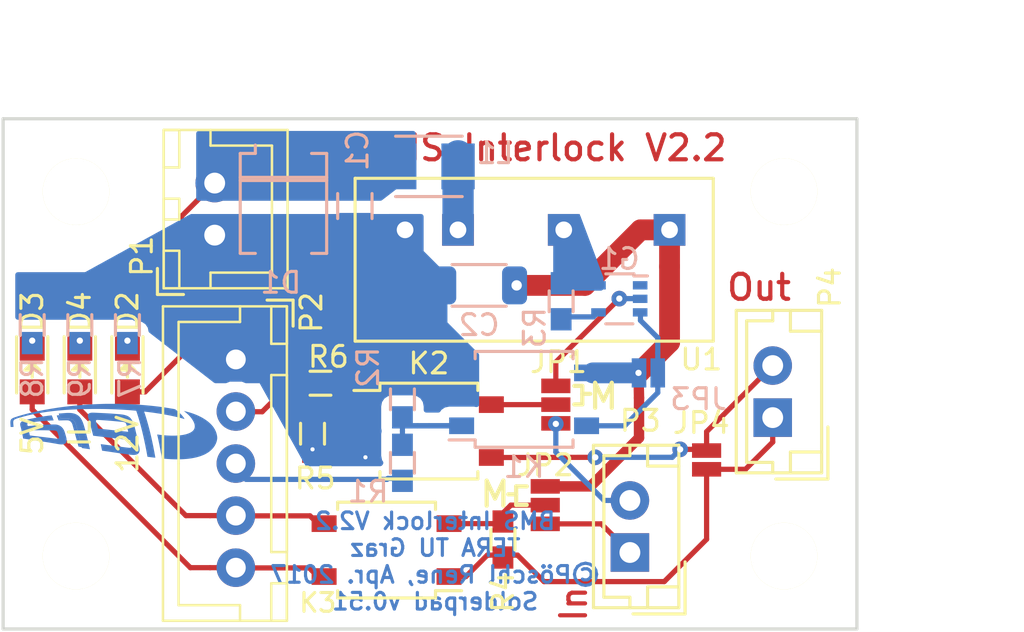
<source format=kicad_pcb>
(kicad_pcb (version 4) (host pcbnew no-vcs-found-product)

  (general
    (links 50)
    (no_connects 0)
    (area 49.367857 82.8 108.500001 114.2925)
    (thickness 1.6)
    (drawings 25)
    (tracks 113)
    (zones 0)
    (modules 34)
    (nets 24)
  )

  (page A4)
  (title_block
    (title "BMS Interlock")
    (date 2017-01-06)
    (rev 2.1)
    (company "TERA TU Graz")
    (comment 1 "Rene Pöschl")
  )

  (layers
    (0 F.Cu signal)
    (31 B.Cu signal)
    (32 B.Adhes user)
    (33 F.Adhes user)
    (34 B.Paste user)
    (35 F.Paste user)
    (36 B.SilkS user)
    (37 F.SilkS user)
    (38 B.Mask user)
    (39 F.Mask user)
    (40 Dwgs.User user)
    (41 Cmts.User user)
    (42 Eco1.User user)
    (43 Eco2.User user)
    (44 Edge.Cuts user)
    (45 Margin user)
    (46 B.CrtYd user)
    (47 F.CrtYd user)
    (48 B.Fab user)
    (49 F.Fab user)
  )

  (setup
    (last_trace_width 0.25)
    (user_trace_width 0.25)
    (user_trace_width 0.5)
    (user_trace_width 0.75)
    (user_trace_width 1)
    (user_trace_width 1.25)
    (user_trace_width 1.5)
    (user_trace_width 1.75)
    (user_trace_width 2)
    (trace_clearance 0.2)
    (zone_clearance 0.508)
    (zone_45_only yes)
    (trace_min 0.2)
    (segment_width 0.2)
    (edge_width 0.15)
    (via_size 0.75)
    (via_drill 0.3)
    (via_min_size 0.65)
    (via_min_drill 0.2)
    (user_via 0.65 0.2)
    (user_via 0.85 0.4)
    (user_via 0.95 0.5)
    (uvia_size 0.3)
    (uvia_drill 0.1)
    (uvias_allowed no)
    (uvia_min_size 0.2)
    (uvia_min_drill 0.1)
    (pcb_text_width 0.3)
    (pcb_text_size 1.5 1.5)
    (mod_edge_width 0.15)
    (mod_text_size 1 1)
    (mod_text_width 0.15)
    (pad_size 1.524 1.524)
    (pad_drill 0.762)
    (pad_to_mask_clearance 0.075)
    (solder_mask_min_width 0.06)
    (aux_axis_origin 55.5 88)
    (grid_origin 55.5 88)
    (visible_elements FFFEEF7F)
    (pcbplotparams
      (layerselection 0x010f0_ffffffff)
      (usegerberextensions false)
      (excludeedgelayer true)
      (linewidth 0.100000)
      (plotframeref false)
      (viasonmask true)
      (mode 1)
      (useauxorigin true)
      (hpglpennumber 1)
      (hpglpenspeed 20)
      (hpglpendiameter 15)
      (psnegative false)
      (psa4output false)
      (plotreference true)
      (plotvalue true)
      (plotinvisibletext false)
      (padsonsilk false)
      (subtractmaskfromsilk true)
      (outputformat 1)
      (mirror false)
      (drillshape 0)
      (scaleselection 1)
      (outputdirectory gerber/))
  )

  (net 0 "")
  (net 1 GND)
  (net 2 "Net-(L1-Pad1)")
  (net 3 "Net-(JP1-Pad2)")
  (net 4 "Net-(JP2-Pad2)")
  (net 5 "Net-(G1-Pad3)")
  (net 6 "Net-(K1-Pad1)")
  (net 7 "Net-(K2-Pad1)")
  (net 8 VDD)
  (net 9 +12V)
  (net 10 "Net-(G1-Pad4)")
  (net 11 /IL_I_ON)
  (net 12 /IL_OUT_OK)
  (net 13 "Net-(D2-Pad1)")
  (net 14 "Net-(D4-Pad1)")
  (net 15 "Net-(D3-Pad1)")
  (net 16 /IL_in_OK)
  (net 17 IL_V+)
  (net 18 IL_V-)
  (net 19 /IL_Out-)
  (net 20 /IL_In-)
  (net 21 /IL_In+)
  (net 22 /IL_Iconst)
  (net 23 /IL_Out+)

  (net_class Default "This is the default net class."
    (clearance 0.2)
    (trace_width 0.25)
    (via_dia 0.75)
    (via_drill 0.3)
    (uvia_dia 0.3)
    (uvia_drill 0.1)
    (add_net +12V)
    (add_net /IL_I_ON)
    (add_net /IL_Iconst)
    (add_net /IL_In+)
    (add_net /IL_In-)
    (add_net /IL_OUT_OK)
    (add_net /IL_Out+)
    (add_net /IL_Out-)
    (add_net /IL_in_OK)
    (add_net GND)
    (add_net IL_V+)
    (add_net IL_V-)
    (add_net "Net-(D2-Pad1)")
    (add_net "Net-(D3-Pad1)")
    (add_net "Net-(D4-Pad1)")
    (add_net "Net-(G1-Pad3)")
    (add_net "Net-(G1-Pad4)")
    (add_net "Net-(JP1-Pad2)")
    (add_net "Net-(JP2-Pad2)")
    (add_net "Net-(K1-Pad1)")
    (add_net "Net-(K2-Pad1)")
    (add_net "Net-(L1-Pad1)")
    (add_net VDD)
  )

  (module Mounting_Holes:MountingHole_3.2mm_M3 locked (layer F.Cu) (tedit 56F2A8BB) (tstamp 56F2BD36)
    (at 93 109)
    (descr "Mounting Hole 3.2mm, no annular, M3")
    (tags "mounting hole 3.2mm no annular m3")
    (fp_text reference REF** (at 0 -4.2) (layer F.SilkS) hide
      (effects (font (size 1 1) (thickness 0.15)))
    )
    (fp_text value MountingHole_3.2mm_M3 (at 0 4.2) (layer F.SilkS) hide
      (effects (font (size 1 1) (thickness 0.15)))
    )
    (fp_circle (center 0 0) (end 3.2 0) (layer Cmts.User) (width 0.15))
    (fp_circle (center 0 0) (end 3.45 0) (layer F.CrtYd) (width 0.05))
    (pad 1 np_thru_hole circle (at 0 0) (size 3.2 3.2) (drill 3.2) (layers *.Cu *.Mask F.SilkS))
  )

  (module Mounting_Holes:MountingHole_3.2mm_M3 locked (layer F.Cu) (tedit 56F2A8BB) (tstamp 56F2BD42)
    (at 59 91.5)
    (descr "Mounting Hole 3.2mm, no annular, M3")
    (tags "mounting hole 3.2mm no annular m3")
    (fp_text reference REF** (at 0 -4.2) (layer F.SilkS) hide
      (effects (font (size 1 1) (thickness 0.15)))
    )
    (fp_text value MountingHole_3.2mm_M3 (at 0 4.2) (layer F.SilkS) hide
      (effects (font (size 1 1) (thickness 0.15)))
    )
    (fp_circle (center 0 0) (end 3.2 0) (layer Cmts.User) (width 0.15))
    (fp_circle (center 0 0) (end 3.45 0) (layer F.CrtYd) (width 0.05))
    (pad 1 np_thru_hole circle (at 0 0) (size 3.2 3.2) (drill 3.2) (layers *.Cu *.Mask F.SilkS))
  )

  (module Mounting_Holes:MountingHole_3.2mm_M3 locked (layer F.Cu) (tedit 56F2A8BB) (tstamp 56F2BD3C)
    (at 59 109)
    (descr "Mounting Hole 3.2mm, no annular, M3")
    (tags "mounting hole 3.2mm no annular m3")
    (fp_text reference REF** (at 0 -4.2) (layer F.SilkS) hide
      (effects (font (size 1 1) (thickness 0.15)))
    )
    (fp_text value MountingHole_3.2mm_M3 (at 0 4.2) (layer F.SilkS) hide
      (effects (font (size 1 1) (thickness 0.15)))
    )
    (fp_circle (center 0 0) (end 3.2 0) (layer Cmts.User) (width 0.15))
    (fp_circle (center 0 0) (end 3.45 0) (layer F.CrtYd) (width 0.05))
    (pad 1 np_thru_hole circle (at 0 0) (size 3.2 3.2) (drill 3.2) (layers *.Cu *.Mask F.SilkS))
  )

  (module Mounting_Holes:MountingHole_3.2mm_M3 locked (layer F.Cu) (tedit 56F2A8BB) (tstamp 56F2BD31)
    (at 93 91.5)
    (descr "Mounting Hole 3.2mm, no annular, M3")
    (tags "mounting hole 3.2mm no annular m3")
    (fp_text reference REF** (at 0 -4.2) (layer F.SilkS) hide
      (effects (font (size 1 1) (thickness 0.15)))
    )
    (fp_text value MountingHole_3.2mm_M3 (at 0 4.2) (layer F.SilkS) hide
      (effects (font (size 1 1) (thickness 0.15)))
    )
    (fp_circle (center 0 0) (end 3.2 0) (layer Cmts.User) (width 0.15))
    (fp_circle (center 0 0) (end 3.45 0) (layer F.CrtYd) (width 0.05))
    (pad 1 np_thru_hole circle (at 0 0) (size 3.2 3.2) (drill 3.2) (layers *.Cu *.Mask F.SilkS))
  )

  (module tera_rlc:C_1206in_HV (layer B.Cu) (tedit 57CAD4EB) (tstamp 57CAF56C)
    (at 78.36 96.001)
    (descr "Capacitor SMD 1210, reflow soldering, AVX (see smccp.pdf)")
    (tags "capacitor 1210")
    (path /56DAFAC1)
    (attr smd)
    (fp_text reference C2 (at 0 0) (layer B.Fab)
      (effects (font (size 0.6 0.6) (thickness 0.1)) (justify mirror))
    )
    (fp_text value "220pF 2kV" (at -0.127 1.524) (layer B.Fab)
      (effects (font (size 0.6 0.6) (thickness 0.1)) (justify mirror))
    )
    (fp_line (start -1.4 -0.835) (end -1.4 0.835) (layer B.Mask) (width 0.15))
    (fp_line (start 1.4 -0.835) (end -1.4 -0.835) (layer B.Mask) (width 0.15))
    (fp_line (start 1.4 0.835) (end 1.4 -0.835) (layer B.Mask) (width 0.15))
    (fp_line (start -1.4 0.835) (end 1.4 0.835) (layer B.Mask) (width 0.15))
    (fp_text user %R (at 0 1.905) (layer B.SilkS)
      (effects (font (size 1 1) (thickness 0.15)) (justify mirror))
    )
    (fp_line (start -1.4 0.15) (end 1.4 0.15) (layer B.Mask) (width 0.15))
    (fp_line (start 1.4 0.3) (end -1.4 0.3) (layer B.Mask) (width 0.15))
    (fp_line (start -1.4 0.45) (end 1.4 0.45) (layer B.Mask) (width 0.15))
    (fp_line (start 1.4 0.6) (end -1.4 0.6) (layer B.Mask) (width 0.15))
    (fp_line (start -1.4 0.75) (end 1.4 0.75) (layer B.Mask) (width 0.15))
    (fp_line (start 1.4 -0.75) (end -1.4 -0.75) (layer B.Mask) (width 0.15))
    (fp_line (start -1.4 -0.6) (end 1.4 -0.6) (layer B.Mask) (width 0.15))
    (fp_line (start 1.4 -0.45) (end -1.4 -0.45) (layer B.Mask) (width 0.15))
    (fp_line (start -1.4 -0.3) (end 1.4 -0.3) (layer B.Mask) (width 0.15))
    (fp_line (start 1.4 -0.15) (end -1.4 -0.15) (layer B.Mask) (width 0.15))
    (fp_line (start -1.4 0) (end 1.4 0) (layer B.Mask) (width 0.15))
    (fp_line (start -1.71 -0.91) (end -1.71 0.91) (layer B.Fab) (width 0.05))
    (fp_line (start 1.71 -0.91) (end -1.71 -0.91) (layer B.Fab) (width 0.05))
    (fp_line (start 1.71 0.91) (end 1.71 -0.91) (layer B.Fab) (width 0.05))
    (fp_line (start -1.71 0.91) (end 1.71 0.91) (layer B.Fab) (width 0.05))
    (fp_line (start -2.5 1.25) (end 2.5 1.25) (layer B.CrtYd) (width 0.05))
    (fp_line (start -2.5 -1.25) (end 2.5 -1.25) (layer B.CrtYd) (width 0.05))
    (fp_line (start -2.5 1.25) (end -2.5 -1.25) (layer B.CrtYd) (width 0.05))
    (fp_line (start 2.5 1.25) (end 2.5 -1.25) (layer B.CrtYd) (width 0.05))
    (fp_line (start 1.3 1) (end -1.3 1) (layer B.SilkS) (width 0.15))
    (fp_line (start -1.3 -1) (end 1.3 -1) (layer B.SilkS) (width 0.15))
    (pad 1 smd roundrect (at -1.7 0) (size 1.2 1.82) (layers B.Cu B.Paste B.Mask)(roundrect_rratio 0.25)
      (net 1 GND))
    (pad 2 smd roundrect (at 1.7 0) (size 1.2 1.82) (layers B.Cu B.Paste B.Mask)(roundrect_rratio 0.25)
      (net 18 IL_V-))
    (model tera_rlc.3dshapes/C_1206in_HV.wrl
      (at (xyz 0 0 0))
      (scale (xyz 1 1 1))
      (rotate (xyz 0 0 0))
    )
  )

  (module tera_rlc:L_muarta_LQH32PN (layer B.Cu) (tedit 57CAF677) (tstamp 57CB0017)
    (at 75.947 90.286 180)
    (path /56DAF335)
    (fp_text reference L1 (at 0 0.835 180) (layer B.Fab)
      (effects (font (size 0.6 0.6) (thickness 0.1)) (justify mirror))
    )
    (fp_text value "4.7uH 1.2A" (at -4.953 -0.635 180) (layer B.Fab)
      (effects (font (size 0.6 0.6) (thickness 0.1)) (justify mirror))
    )
    (fp_text user %R (at -3.175 0.635 180) (layer B.SilkS)
      (effects (font (size 1 1) (thickness 0.15)) (justify mirror))
    )
    (fp_line (start -2.25 -1.75) (end -2.25 1.75) (layer B.CrtYd) (width 0.05))
    (fp_line (start 2.24 -1.75) (end -2.25 -1.75) (layer B.CrtYd) (width 0.05))
    (fp_line (start 2.25 1.75) (end 2.25 -1.75) (layer B.CrtYd) (width 0.05))
    (fp_line (start -2.25 1.75) (end 2.25 1.75) (layer B.CrtYd) (width 0.05))
    (fp_line (start -1.6 -1.35) (end -1.6 1.35) (layer B.Fab) (width 0.05))
    (fp_line (start 1.6 -1.35) (end -1.6 -1.35) (layer B.Fab) (width 0.05))
    (fp_line (start 1.6 1.35) (end 1.6 -1.35) (layer B.Fab) (width 0.05))
    (fp_line (start -1.6 1.35) (end 1.6 1.35) (layer B.Fab) (width 0.05))
    (fp_line (start 1.6 -1.45) (end -1.6 -1.45) (layer B.SilkS) (width 0.15))
    (fp_line (start -1.6 1.45) (end 1.6 1.45) (layer B.SilkS) (width 0.15))
    (pad 1 smd rect (at -1.4 0 180) (size 1.6 2.2) (layers B.Cu B.Paste B.Mask)
      (net 2 "Net-(L1-Pad1)"))
    (pad 2 smd rect (at 1.4 0 180) (size 1.6 2.2) (layers B.Cu B.Paste B.Mask)
      (net 9 +12V))
    (model ${KISYS3DMOD}/tera_rlc.3dshapes/L_muarta_LQH32PN.wrl
      (at (xyz 0 0 0))
      (scale (xyz 1 1 1))
      (rotate (xyz 0 0 0))
    )
  )

  (module tera_general:SO-4 (layer B.Cu) (tedit 57F65863) (tstamp 56E95C70)
    (at 80.518 101.473 90)
    (path /56E996D2)
    (fp_text reference K1 (at 0 0) (layer B.Fab)
      (effects (font (size 1 1) (thickness 0.15)) (justify mirror))
    )
    (fp_text value ASSR-1218 (at 1.5 0 180) (layer B.Fab)
      (effects (font (size 0.5 0.5) (thickness 0.08)) (justify mirror))
    )
    (fp_text user %R (at -3.25 0) (layer B.SilkS)
      (effects (font (size 1 1) (thickness 0.15)) (justify mirror))
    )
    (fp_line (start 2.3 2.35) (end 1.95 2.35) (layer B.SilkS) (width 0.15))
    (fp_line (start 2.3 -2.35) (end 2.3 2.35) (layer B.SilkS) (width 0.15))
    (fp_line (start 1.95 -2.35) (end 2.3 -2.35) (layer B.SilkS) (width 0.15))
    (fp_line (start -1.95 -2.35) (end -1.95 -3.6) (layer B.SilkS) (width 0.15))
    (fp_line (start -2.3 2.35) (end -1.95 2.35) (layer B.SilkS) (width 0.15))
    (fp_line (start -2.3 -2.35) (end -2.3 2.35) (layer B.SilkS) (width 0.15))
    (fp_line (start -1.95 -2.35) (end -2.3 -2.35) (layer B.SilkS) (width 0.15))
    (fp_line (start -2.5 -3.75) (end -2.5 3.75) (layer B.CrtYd) (width 0.05))
    (fp_line (start 2.5 -3.75) (end -2.5 -3.75) (layer B.CrtYd) (width 0.05))
    (fp_line (start 2.5 3.75) (end 2.5 -3.75) (layer B.CrtYd) (width 0.05))
    (fp_line (start -2.5 3.75) (end 2.5 3.75) (layer B.CrtYd) (width 0.05))
    (fp_circle (center -1.4224 -1.6256) (end -1.4224 -1.9812) (layer B.Fab) (width 0.05))
    (fp_line (start -2.2 -2.25) (end -2.2 2.25) (layer B.Fab) (width 0.05))
    (fp_line (start 2.2 -2.25) (end -2.2 -2.25) (layer B.Fab) (width 0.05))
    (fp_line (start 2.2 2.25) (end 2.2 -2.25) (layer B.Fab) (width 0.05))
    (fp_line (start -2.2 2.25) (end 2.2 2.25) (layer B.Fab) (width 0.05))
    (pad 4 smd rect (at -1.27 3 90) (size 0.8 1.2) (layers B.Cu B.Paste B.Mask)
      (net 5 "Net-(G1-Pad3)"))
    (pad 1 smd rect (at -1.27 -3 90) (size 0.8 1.2) (layers B.Cu B.Paste B.Mask)
      (net 6 "Net-(K1-Pad1)"))
    (pad 2 smd rect (at 1.27 -3 90) (size 0.8 1.2) (layers B.Cu B.Paste B.Mask)
      (net 1 GND))
    (pad 3 smd rect (at 1.27 3 90) (size 0.8 1.2) (layers B.Cu B.Paste B.Mask)
      (net 18 IL_V-))
    (model tera.3dshapes/SO-4.x3d
      (at (xyz 0 0 0))
      (scale (xyz 1 1 1))
      (rotate (xyz 0 0 0))
    )
  )

  (module tera_general:SO-4 (layer F.Cu) (tedit 57F65717) (tstamp 56E95C86)
    (at 75.946 102.997 270)
    (path /56E997E4)
    (fp_text reference K2 (at 0 0) (layer F.Fab)
      (effects (font (size 1 1) (thickness 0.15)))
    )
    (fp_text value ASSR-1218 (at 1.5 0) (layer F.Fab)
      (effects (font (size 0.5 0.5) (thickness 0.08)))
    )
    (fp_text user %R (at -3.25 0) (layer F.SilkS)
      (effects (font (size 1 1) (thickness 0.15)))
    )
    (fp_line (start 2.3 -2.35) (end 1.95 -2.35) (layer F.SilkS) (width 0.15))
    (fp_line (start 2.3 2.35) (end 2.3 -2.35) (layer F.SilkS) (width 0.15))
    (fp_line (start 1.95 2.35) (end 2.3 2.35) (layer F.SilkS) (width 0.15))
    (fp_line (start -1.95 2.35) (end -1.95 3.6) (layer F.SilkS) (width 0.15))
    (fp_line (start -2.3 -2.35) (end -1.95 -2.35) (layer F.SilkS) (width 0.15))
    (fp_line (start -2.3 2.35) (end -2.3 -2.35) (layer F.SilkS) (width 0.15))
    (fp_line (start -1.95 2.35) (end -2.3 2.35) (layer F.SilkS) (width 0.15))
    (fp_line (start -2.5 3.75) (end -2.5 -3.75) (layer F.CrtYd) (width 0.05))
    (fp_line (start 2.5 3.75) (end -2.5 3.75) (layer F.CrtYd) (width 0.05))
    (fp_line (start 2.5 -3.75) (end 2.5 3.75) (layer F.CrtYd) (width 0.05))
    (fp_line (start -2.5 -3.75) (end 2.5 -3.75) (layer F.CrtYd) (width 0.05))
    (fp_circle (center -1.4224 1.6256) (end -1.4224 1.9812) (layer F.Fab) (width 0.05))
    (fp_line (start -2.2 2.25) (end -2.2 -2.25) (layer F.Fab) (width 0.05))
    (fp_line (start 2.2 2.25) (end -2.2 2.25) (layer F.Fab) (width 0.05))
    (fp_line (start 2.2 -2.25) (end 2.2 2.25) (layer F.Fab) (width 0.05))
    (fp_line (start -2.2 -2.25) (end 2.2 -2.25) (layer F.Fab) (width 0.05))
    (pad 4 smd rect (at -1.27 -3 270) (size 0.8 1.2) (layers F.Cu F.Paste F.Mask)
      (net 3 "Net-(JP1-Pad2)"))
    (pad 1 smd rect (at -1.27 3 270) (size 0.8 1.2) (layers F.Cu F.Paste F.Mask)
      (net 7 "Net-(K2-Pad1)"))
    (pad 2 smd rect (at 1.27 3 270) (size 0.8 1.2) (layers F.Cu F.Paste F.Mask)
      (net 1 GND))
    (pad 3 smd rect (at 1.27 -3 270) (size 0.8 1.2) (layers F.Cu F.Paste F.Mask)
      (net 23 /IL_Out+))
    (model tera.3dshapes/SO-4.x3d
      (at (xyz 0 0 0))
      (scale (xyz 1 1 1))
      (rotate (xyz 0 0 0))
    )
  )

  (module tera_general:SO-4 (layer F.Cu) (tedit 57F65C64) (tstamp 56E95C9C)
    (at 73.914 108.712 90)
    (path /56E9973E)
    (fp_text reference K3 (at 0 0 180) (layer F.Fab)
      (effects (font (size 1 1) (thickness 0.15)))
    )
    (fp_text value ASSR-1218 (at 1.5 0 180) (layer F.Fab)
      (effects (font (size 0.5 0.5) (thickness 0.08)))
    )
    (fp_text user %R (at -2.529 -3.301 180) (layer F.SilkS)
      (effects (font (size 0.9 0.9) (thickness 0.15)))
    )
    (fp_line (start 2.3 -2.35) (end 1.95 -2.35) (layer F.SilkS) (width 0.15))
    (fp_line (start 2.3 2.35) (end 2.3 -2.35) (layer F.SilkS) (width 0.15))
    (fp_line (start 1.95 2.35) (end 2.3 2.35) (layer F.SilkS) (width 0.15))
    (fp_line (start -1.95 2.35) (end -1.95 3.6) (layer F.SilkS) (width 0.15))
    (fp_line (start -2.3 -2.35) (end -1.95 -2.35) (layer F.SilkS) (width 0.15))
    (fp_line (start -2.3 2.35) (end -2.3 -2.35) (layer F.SilkS) (width 0.15))
    (fp_line (start -1.95 2.35) (end -2.3 2.35) (layer F.SilkS) (width 0.15))
    (fp_line (start -2.5 3.75) (end -2.5 -3.75) (layer F.CrtYd) (width 0.05))
    (fp_line (start 2.5 3.75) (end -2.5 3.75) (layer F.CrtYd) (width 0.05))
    (fp_line (start 2.5 -3.75) (end 2.5 3.75) (layer F.CrtYd) (width 0.05))
    (fp_line (start -2.5 -3.75) (end 2.5 -3.75) (layer F.CrtYd) (width 0.05))
    (fp_circle (center -1.4224 1.6256) (end -1.4224 1.9812) (layer F.Fab) (width 0.05))
    (fp_line (start -2.2 2.25) (end -2.2 -2.25) (layer F.Fab) (width 0.05))
    (fp_line (start 2.2 2.25) (end -2.2 2.25) (layer F.Fab) (width 0.05))
    (fp_line (start 2.2 -2.25) (end 2.2 2.25) (layer F.Fab) (width 0.05))
    (fp_line (start -2.2 -2.25) (end 2.2 -2.25) (layer F.Fab) (width 0.05))
    (pad 4 smd rect (at -1.27 -3 90) (size 0.8 1.2) (layers F.Cu F.Paste F.Mask)
      (net 8 VDD))
    (pad 1 smd rect (at -1.27 3 90) (size 0.8 1.2) (layers F.Cu F.Paste F.Mask)
      (net 19 /IL_Out-))
    (pad 2 smd rect (at 1.27 3 90) (size 0.8 1.2) (layers F.Cu F.Paste F.Mask)
      (net 4 "Net-(JP2-Pad2)"))
    (pad 3 smd rect (at 1.27 -3 90) (size 0.8 1.2) (layers F.Cu F.Paste F.Mask)
      (net 16 /IL_in_OK))
    (model tera.3dshapes/SO-4.x3d
      (at (xyz 0 0 0))
      (scale (xyz 1 1 1))
      (rotate (xyz 0 0 0))
    )
  )

  (module tera_rlc:R_0603in (layer B.Cu) (tedit 57D01065) (tstamp 57F65E4F)
    (at 59.183 97.906 270)
    (descr "Resistor SMD 0603")
    (tags "resistor 0603")
    (path /56EADC86)
    (attr smd)
    (fp_text reference R9 (at 0 0 270) (layer B.Fab)
      (effects (font (size 0.6 0.6) (thickness 0.1)) (justify mirror))
    )
    (fp_text value 5k1 (at 0 -1.016 270) (layer B.Fab)
      (effects (font (size 0.6 0.6) (thickness 0.1)) (justify mirror))
    )
    (fp_text user %R (at 2.54 0 270) (layer B.SilkS)
      (effects (font (size 1 1) (thickness 0.15)) (justify mirror))
    )
    (fp_line (start -0.85 -0.475) (end -0.85 0.475) (layer B.Fab) (width 0.05))
    (fp_line (start 0.85 -0.475) (end -0.85 -0.475) (layer B.Fab) (width 0.05))
    (fp_line (start 0.85 0.475) (end 0.85 -0.475) (layer B.Fab) (width 0.05))
    (fp_line (start -0.85 0.475) (end 0.85 0.475) (layer B.Fab) (width 0.05))
    (fp_line (start -1.5 1) (end 1.5 1) (layer B.CrtYd) (width 0.05))
    (fp_line (start -1.5 -1) (end 1.5 -1) (layer B.CrtYd) (width 0.05))
    (fp_line (start -1.5 1) (end -1.5 -1) (layer B.CrtYd) (width 0.05))
    (fp_line (start 1.5 1) (end 1.5 -1) (layer B.CrtYd) (width 0.05))
    (fp_line (start 0.5 -0.575) (end -0.5 -0.575) (layer B.SilkS) (width 0.15))
    (fp_line (start -0.5 0.575) (end 0.5 0.575) (layer B.SilkS) (width 0.15))
    (pad 1 smd rect (at -0.865 0 270) (size 1.07 1) (layers B.Cu B.Paste B.Mask)
      (net 1 GND))
    (pad 2 smd rect (at 0.865 0 270) (size 1.07 1) (layers B.Cu B.Paste B.Mask)
      (net 14 "Net-(D4-Pad1)"))
    (model tera_rlc.3dshapes/R_0603in.wrl
      (at (xyz 0 0 0))
      (scale (xyz 1 1 1))
      (rotate (xyz 0 0 0))
    )
  )

  (module tera_rlc:R_0603in (layer B.Cu) (tedit 57D01065) (tstamp 57F65E5E)
    (at 56.897 97.906 270)
    (descr "Resistor SMD 0603")
    (tags "resistor 0603")
    (path /56EAD52F)
    (attr smd)
    (fp_text reference R8 (at 0 0 270) (layer B.Fab)
      (effects (font (size 0.6 0.6) (thickness 0.1)) (justify mirror))
    )
    (fp_text value 5k1 (at 0 -1.016 270) (layer B.Fab)
      (effects (font (size 0.6 0.6) (thickness 0.1)) (justify mirror))
    )
    (fp_text user %R (at 2.54 0 270) (layer B.SilkS)
      (effects (font (size 1 1) (thickness 0.15)) (justify mirror))
    )
    (fp_line (start -0.85 -0.475) (end -0.85 0.475) (layer B.Fab) (width 0.05))
    (fp_line (start 0.85 -0.475) (end -0.85 -0.475) (layer B.Fab) (width 0.05))
    (fp_line (start 0.85 0.475) (end 0.85 -0.475) (layer B.Fab) (width 0.05))
    (fp_line (start -0.85 0.475) (end 0.85 0.475) (layer B.Fab) (width 0.05))
    (fp_line (start -1.5 1) (end 1.5 1) (layer B.CrtYd) (width 0.05))
    (fp_line (start -1.5 -1) (end 1.5 -1) (layer B.CrtYd) (width 0.05))
    (fp_line (start -1.5 1) (end -1.5 -1) (layer B.CrtYd) (width 0.05))
    (fp_line (start 1.5 1) (end 1.5 -1) (layer B.CrtYd) (width 0.05))
    (fp_line (start 0.5 -0.575) (end -0.5 -0.575) (layer B.SilkS) (width 0.15))
    (fp_line (start -0.5 0.575) (end 0.5 0.575) (layer B.SilkS) (width 0.15))
    (pad 1 smd rect (at -0.865 0 270) (size 1.07 1) (layers B.Cu B.Paste B.Mask)
      (net 1 GND))
    (pad 2 smd rect (at 0.865 0 270) (size 1.07 1) (layers B.Cu B.Paste B.Mask)
      (net 15 "Net-(D3-Pad1)"))
    (model tera_rlc.3dshapes/R_0603in.wrl
      (at (xyz 0 0 0))
      (scale (xyz 1 1 1))
      (rotate (xyz 0 0 0))
    )
  )

  (module tera_rlc:R_0603in (layer B.Cu) (tedit 57D01065) (tstamp 57F65E6D)
    (at 61.469 97.906 270)
    (descr "Resistor SMD 0603")
    (tags "resistor 0603")
    (path /56EAC752)
    (attr smd)
    (fp_text reference R7 (at 0 0 270) (layer B.Fab)
      (effects (font (size 0.6 0.6) (thickness 0.1)) (justify mirror))
    )
    (fp_text value 12k (at 0 -1.016 270) (layer B.Fab)
      (effects (font (size 0.6 0.6) (thickness 0.1)) (justify mirror))
    )
    (fp_text user %R (at 2.54 -0.127 270) (layer B.SilkS)
      (effects (font (size 1 1) (thickness 0.15)) (justify mirror))
    )
    (fp_line (start -0.85 -0.475) (end -0.85 0.475) (layer B.Fab) (width 0.05))
    (fp_line (start 0.85 -0.475) (end -0.85 -0.475) (layer B.Fab) (width 0.05))
    (fp_line (start 0.85 0.475) (end 0.85 -0.475) (layer B.Fab) (width 0.05))
    (fp_line (start -0.85 0.475) (end 0.85 0.475) (layer B.Fab) (width 0.05))
    (fp_line (start -1.5 1) (end 1.5 1) (layer B.CrtYd) (width 0.05))
    (fp_line (start -1.5 -1) (end 1.5 -1) (layer B.CrtYd) (width 0.05))
    (fp_line (start -1.5 1) (end -1.5 -1) (layer B.CrtYd) (width 0.05))
    (fp_line (start 1.5 1) (end 1.5 -1) (layer B.CrtYd) (width 0.05))
    (fp_line (start 0.5 -0.575) (end -0.5 -0.575) (layer B.SilkS) (width 0.15))
    (fp_line (start -0.5 0.575) (end 0.5 0.575) (layer B.SilkS) (width 0.15))
    (pad 1 smd rect (at -0.865 0 270) (size 1.07 1) (layers B.Cu B.Paste B.Mask)
      (net 1 GND))
    (pad 2 smd rect (at 0.865 0 270) (size 1.07 1) (layers B.Cu B.Paste B.Mask)
      (net 13 "Net-(D2-Pad1)"))
    (model tera_rlc.3dshapes/R_0603in.wrl
      (at (xyz 0 0 0))
      (scale (xyz 1 1 1))
      (rotate (xyz 0 0 0))
    )
  )

  (module tera_rlc:R_0603in (layer F.Cu) (tedit 57D01065) (tstamp 57F65E7C)
    (at 70.74 100.7)
    (descr "Resistor SMD 0603")
    (tags "resistor 0603")
    (path /56DB4BE9)
    (attr smd)
    (fp_text reference R6 (at 0 0) (layer F.Fab)
      (effects (font (size 0.6 0.6) (thickness 0.1)))
    )
    (fp_text value 470 (at 0.381 -0.889) (layer F.Fab)
      (effects (font (size 0.6 0.6) (thickness 0.1)))
    )
    (fp_text user %R (at 0.381 -1.27) (layer F.SilkS)
      (effects (font (size 1 1) (thickness 0.15)))
    )
    (fp_line (start -0.85 0.475) (end -0.85 -0.475) (layer F.Fab) (width 0.05))
    (fp_line (start 0.85 0.475) (end -0.85 0.475) (layer F.Fab) (width 0.05))
    (fp_line (start 0.85 -0.475) (end 0.85 0.475) (layer F.Fab) (width 0.05))
    (fp_line (start -0.85 -0.475) (end 0.85 -0.475) (layer F.Fab) (width 0.05))
    (fp_line (start -1.5 -1) (end 1.5 -1) (layer F.CrtYd) (width 0.05))
    (fp_line (start -1.5 1) (end 1.5 1) (layer F.CrtYd) (width 0.05))
    (fp_line (start -1.5 -1) (end -1.5 1) (layer F.CrtYd) (width 0.05))
    (fp_line (start 1.5 -1) (end 1.5 1) (layer F.CrtYd) (width 0.05))
    (fp_line (start 0.5 0.575) (end -0.5 0.575) (layer F.SilkS) (width 0.15))
    (fp_line (start -0.5 -0.575) (end 0.5 -0.575) (layer F.SilkS) (width 0.15))
    (pad 1 smd rect (at -0.865 0) (size 1.07 1) (layers F.Cu F.Paste F.Mask)
      (net 12 /IL_OUT_OK))
    (pad 2 smd rect (at 0.865 0) (size 1.07 1) (layers F.Cu F.Paste F.Mask)
      (net 7 "Net-(K2-Pad1)"))
    (model tera_rlc.3dshapes/R_0603in.wrl
      (at (xyz 0 0 0))
      (scale (xyz 1 1 1))
      (rotate (xyz 0 0 0))
    )
  )

  (module tera_rlc:R_0603in (layer F.Cu) (tedit 57D01065) (tstamp 57F65E8B)
    (at 70.358 103.124 270)
    (descr "Resistor SMD 0603")
    (tags "resistor 0603")
    (path /56DB5312)
    (attr smd)
    (fp_text reference R5 (at 0 0 270) (layer F.Fab)
      (effects (font (size 0.6 0.6) (thickness 0.1)))
    )
    (fp_text value 1K (at -0.011 -1.017 270) (layer F.Fab)
      (effects (font (size 0.6 0.6) (thickness 0.1)))
    )
    (fp_text user %R (at 2.148 -0.128) (layer F.SilkS)
      (effects (font (size 1 1) (thickness 0.15)))
    )
    (fp_line (start -0.85 0.475) (end -0.85 -0.475) (layer F.Fab) (width 0.05))
    (fp_line (start 0.85 0.475) (end -0.85 0.475) (layer F.Fab) (width 0.05))
    (fp_line (start 0.85 -0.475) (end 0.85 0.475) (layer F.Fab) (width 0.05))
    (fp_line (start -0.85 -0.475) (end 0.85 -0.475) (layer F.Fab) (width 0.05))
    (fp_line (start -1.5 -1) (end 1.5 -1) (layer F.CrtYd) (width 0.05))
    (fp_line (start -1.5 1) (end 1.5 1) (layer F.CrtYd) (width 0.05))
    (fp_line (start -1.5 -1) (end -1.5 1) (layer F.CrtYd) (width 0.05))
    (fp_line (start 1.5 -1) (end 1.5 1) (layer F.CrtYd) (width 0.05))
    (fp_line (start 0.5 0.575) (end -0.5 0.575) (layer F.SilkS) (width 0.15))
    (fp_line (start -0.5 -0.575) (end 0.5 -0.575) (layer F.SilkS) (width 0.15))
    (pad 1 smd rect (at -0.865 0 270) (size 1.07 1) (layers F.Cu F.Paste F.Mask)
      (net 7 "Net-(K2-Pad1)"))
    (pad 2 smd rect (at 0.865 0 270) (size 1.07 1) (layers F.Cu F.Paste F.Mask)
      (net 1 GND))
    (model tera_rlc.3dshapes/R_0603in.wrl
      (at (xyz 0 0 0))
      (scale (xyz 1 1 1))
      (rotate (xyz 0 0 0))
    )
  )

  (module tera_rlc:R_0603in (layer F.Cu) (tedit 57D01065) (tstamp 57F65E9A)
    (at 79.502 108.204 90)
    (descr "Resistor SMD 0603")
    (tags "resistor 0603")
    (path /56DB645B)
    (attr smd)
    (fp_text reference R4 (at 0 0 90) (layer F.Fab)
      (effects (font (size 0.6 0.6) (thickness 0.1)))
    )
    (fp_text value 1K (at -0.116 -1.015 90) (layer F.Fab)
      (effects (font (size 0.6 0.6) (thickness 0.1)))
    )
    (fp_text user %R (at -2.529 0.001 90) (layer F.SilkS)
      (effects (font (size 1 1) (thickness 0.15)))
    )
    (fp_line (start -0.85 0.475) (end -0.85 -0.475) (layer F.Fab) (width 0.05))
    (fp_line (start 0.85 0.475) (end -0.85 0.475) (layer F.Fab) (width 0.05))
    (fp_line (start 0.85 -0.475) (end 0.85 0.475) (layer F.Fab) (width 0.05))
    (fp_line (start -0.85 -0.475) (end 0.85 -0.475) (layer F.Fab) (width 0.05))
    (fp_line (start -1.5 -1) (end 1.5 -1) (layer F.CrtYd) (width 0.05))
    (fp_line (start -1.5 1) (end 1.5 1) (layer F.CrtYd) (width 0.05))
    (fp_line (start -1.5 -1) (end -1.5 1) (layer F.CrtYd) (width 0.05))
    (fp_line (start 1.5 -1) (end 1.5 1) (layer F.CrtYd) (width 0.05))
    (fp_line (start 0.5 0.575) (end -0.5 0.575) (layer F.SilkS) (width 0.15))
    (fp_line (start -0.5 -0.575) (end 0.5 -0.575) (layer F.SilkS) (width 0.15))
    (pad 1 smd rect (at -0.865 0 90) (size 1.07 1) (layers F.Cu F.Paste F.Mask)
      (net 19 /IL_Out-))
    (pad 2 smd rect (at 0.865 0 90) (size 1.07 1) (layers F.Cu F.Paste F.Mask)
      (net 4 "Net-(JP2-Pad2)"))
    (model tera_rlc.3dshapes/R_0603in.wrl
      (at (xyz 0 0 0))
      (scale (xyz 1 1 1))
      (rotate (xyz 0 0 0))
    )
  )

  (module tera_rlc:R_0603in (layer B.Cu) (tedit 57D01065) (tstamp 57F65EA9)
    (at 82.297 96.763 270)
    (descr "Resistor SMD 0603")
    (tags "resistor 0603")
    (path /56DB441E)
    (attr smd)
    (fp_text reference R3 (at 0 0 270) (layer B.Fab)
      (effects (font (size 0.6 0.6) (thickness 0.1)) (justify mirror))
    )
    (fp_text value 120R (at -1.778 -0.254) (layer B.Fab)
      (effects (font (size 0.6 0.6) (thickness 0.1)) (justify mirror))
    )
    (fp_text user %R (at 1.27 1.27 270) (layer B.SilkS)
      (effects (font (size 1 1) (thickness 0.15)) (justify mirror))
    )
    (fp_line (start -0.85 -0.475) (end -0.85 0.475) (layer B.Fab) (width 0.05))
    (fp_line (start 0.85 -0.475) (end -0.85 -0.475) (layer B.Fab) (width 0.05))
    (fp_line (start 0.85 0.475) (end 0.85 -0.475) (layer B.Fab) (width 0.05))
    (fp_line (start -0.85 0.475) (end 0.85 0.475) (layer B.Fab) (width 0.05))
    (fp_line (start -1.5 1) (end 1.5 1) (layer B.CrtYd) (width 0.05))
    (fp_line (start -1.5 -1) (end 1.5 -1) (layer B.CrtYd) (width 0.05))
    (fp_line (start -1.5 1) (end -1.5 -1) (layer B.CrtYd) (width 0.05))
    (fp_line (start 1.5 1) (end 1.5 -1) (layer B.CrtYd) (width 0.05))
    (fp_line (start 0.5 -0.575) (end -0.5 -0.575) (layer B.SilkS) (width 0.15))
    (fp_line (start -0.5 0.575) (end 0.5 0.575) (layer B.SilkS) (width 0.15))
    (pad 1 smd rect (at -0.865 0 270) (size 1.07 1) (layers B.Cu B.Paste B.Mask)
      (net 17 IL_V+))
    (pad 2 smd rect (at 0.865 0 270) (size 1.07 1) (layers B.Cu B.Paste B.Mask)
      (net 10 "Net-(G1-Pad4)"))
    (model tera_rlc.3dshapes/R_0603in.wrl
      (at (xyz 0 0 0))
      (scale (xyz 1 1 1))
      (rotate (xyz 0 0 0))
    )
  )

  (module tera_rlc:R_0603in (layer B.Cu) (tedit 57D01065) (tstamp 57F65EB8)
    (at 74.676 101.473 90)
    (descr "Resistor SMD 0603")
    (tags "resistor 0603")
    (path /56DB6990)
    (attr smd)
    (fp_text reference R2 (at 0 0 90) (layer B.Fab)
      (effects (font (size 0.6 0.6) (thickness 0.1)) (justify mirror))
    )
    (fp_text value 1K (at 0.011 -1.015 90) (layer B.Fab)
      (effects (font (size 0.6 0.6) (thickness 0.1)) (justify mirror))
    )
    (fp_text user %R (at 1.535 -1.65 90) (layer B.SilkS)
      (effects (font (size 1 1) (thickness 0.15)) (justify mirror))
    )
    (fp_line (start -0.85 -0.475) (end -0.85 0.475) (layer B.Fab) (width 0.05))
    (fp_line (start 0.85 -0.475) (end -0.85 -0.475) (layer B.Fab) (width 0.05))
    (fp_line (start 0.85 0.475) (end 0.85 -0.475) (layer B.Fab) (width 0.05))
    (fp_line (start -0.85 0.475) (end 0.85 0.475) (layer B.Fab) (width 0.05))
    (fp_line (start -1.5 1) (end 1.5 1) (layer B.CrtYd) (width 0.05))
    (fp_line (start -1.5 -1) (end 1.5 -1) (layer B.CrtYd) (width 0.05))
    (fp_line (start -1.5 1) (end -1.5 -1) (layer B.CrtYd) (width 0.05))
    (fp_line (start 1.5 1) (end 1.5 -1) (layer B.CrtYd) (width 0.05))
    (fp_line (start 0.5 -0.575) (end -0.5 -0.575) (layer B.SilkS) (width 0.15))
    (fp_line (start -0.5 0.575) (end 0.5 0.575) (layer B.SilkS) (width 0.15))
    (pad 1 smd rect (at -0.865 0 90) (size 1.07 1) (layers B.Cu B.Paste B.Mask)
      (net 6 "Net-(K1-Pad1)"))
    (pad 2 smd rect (at 0.865 0 90) (size 1.07 1) (layers B.Cu B.Paste B.Mask)
      (net 1 GND))
    (model tera_rlc.3dshapes/R_0603in.wrl
      (at (xyz 0 0 0))
      (scale (xyz 1 1 1))
      (rotate (xyz 0 0 0))
    )
  )

  (module tera_rlc:R_0603in (layer B.Cu) (tedit 57D01065) (tstamp 57F65EC7)
    (at 74.676 104.521 270)
    (descr "Resistor SMD 0603")
    (tags "resistor 0603")
    (path /56DB6A22)
    (attr smd)
    (fp_text reference R1 (at 0 0 270) (layer B.Fab)
      (effects (font (size 0.6 0.6) (thickness 0.1)) (justify mirror))
    )
    (fp_text value 470 (at 0 -1.144 270) (layer B.Fab)
      (effects (font (size 0.6 0.6) (thickness 0.1)) (justify mirror))
    )
    (fp_text user %R (at 1.386 1.65) (layer B.SilkS)
      (effects (font (size 1 1) (thickness 0.15)) (justify mirror))
    )
    (fp_line (start -0.85 -0.475) (end -0.85 0.475) (layer B.Fab) (width 0.05))
    (fp_line (start 0.85 -0.475) (end -0.85 -0.475) (layer B.Fab) (width 0.05))
    (fp_line (start 0.85 0.475) (end 0.85 -0.475) (layer B.Fab) (width 0.05))
    (fp_line (start -0.85 0.475) (end 0.85 0.475) (layer B.Fab) (width 0.05))
    (fp_line (start -1.5 1) (end 1.5 1) (layer B.CrtYd) (width 0.05))
    (fp_line (start -1.5 -1) (end 1.5 -1) (layer B.CrtYd) (width 0.05))
    (fp_line (start -1.5 1) (end -1.5 -1) (layer B.CrtYd) (width 0.05))
    (fp_line (start 1.5 1) (end 1.5 -1) (layer B.CrtYd) (width 0.05))
    (fp_line (start 0.5 -0.575) (end -0.5 -0.575) (layer B.SilkS) (width 0.15))
    (fp_line (start -0.5 0.575) (end 0.5 0.575) (layer B.SilkS) (width 0.15))
    (pad 1 smd rect (at -0.865 0 270) (size 1.07 1) (layers B.Cu B.Paste B.Mask)
      (net 6 "Net-(K1-Pad1)"))
    (pad 2 smd rect (at 0.865 0 270) (size 1.07 1) (layers B.Cu B.Paste B.Mask)
      (net 11 /IL_I_ON))
    (model tera_rlc.3dshapes/R_0603in.wrl
      (at (xyz 0 0 0))
      (scale (xyz 1 1 1))
      (rotate (xyz 0 0 0))
    )
  )

  (module tera_rlc:C_0805in (layer B.Cu) (tedit 57D00F80) (tstamp 57F65F34)
    (at 72.391 92.191 270)
    (descr "Capacitor SMD 0805")
    (tags "capacitor 0805")
    (path /56DAF1FE)
    (attr smd)
    (fp_text reference C1 (at 0 0 270) (layer B.Fab)
      (effects (font (size 0.6 0.6) (thickness 0.1)) (justify mirror))
    )
    (fp_text value "4.7uF 25V" (at 3.429 0 270) (layer B.Fab)
      (effects (font (size 0.6 0.6) (thickness 0.1)) (justify mirror))
    )
    (fp_text user %R (at -2.667 -0.127 270) (layer B.SilkS)
      (effects (font (size 1 1) (thickness 0.15)) (justify mirror))
    )
    (fp_line (start -1.1 -0.725) (end -1.1 0.725) (layer B.Fab) (width 0.05))
    (fp_line (start 1.1 -0.725) (end -1.1 -0.725) (layer B.Fab) (width 0.05))
    (fp_line (start 1.1 0.725) (end 1.1 -0.725) (layer B.Fab) (width 0.05))
    (fp_line (start -1.1 0.725) (end 1.1 0.725) (layer B.Fab) (width 0.05))
    (fp_line (start -2 1) (end 2 1) (layer B.CrtYd) (width 0.05))
    (fp_line (start -2 -1) (end 2 -1) (layer B.CrtYd) (width 0.05))
    (fp_line (start -2 1) (end -2 -1) (layer B.CrtYd) (width 0.05))
    (fp_line (start 2 1) (end 2 -1) (layer B.CrtYd) (width 0.05))
    (fp_line (start 0.6 -0.825) (end -0.6 -0.825) (layer B.SilkS) (width 0.15))
    (fp_line (start -0.6 0.825) (end 0.6 0.825) (layer B.SilkS) (width 0.15))
    (pad 1 smd rect (at -0.965 0 270) (size 1.27 1.5) (layers B.Cu B.Paste B.Mask)
      (net 9 +12V))
    (pad 2 smd rect (at 0.965 0 270) (size 1.27 1.5) (layers B.Cu B.Paste B.Mask)
      (net 1 GND))
    (model tera_rlc.3dshapes/C_0805in.wrl
      (at (xyz 0 0 0))
      (scale (xyz 1 1 1))
      (rotate (xyz 0 0 0))
    )
  )

  (module tera_diodes:LED_0805 (layer F.Cu) (tedit 57F656CE) (tstamp 57F66037)
    (at 59.183 100.065 270)
    (descr "LED 0805 smd package")
    (tags "LED 0805 SMD")
    (path /56EADC8C)
    (attr smd)
    (fp_text reference D4 (at 0.1 0 270) (layer F.Fab)
      (effects (font (size 0.5 0.5) (thickness 0.08)))
    )
    (fp_text value IL_OK (at 3.048 0 270) (layer F.Fab)
      (effects (font (size 0.6 0.6) (thickness 0.1)))
    )
    (fp_text user %R (at -2.794 0 270) (layer F.SilkS)
      (effects (font (size 1 1) (thickness 0.15)))
    )
    (fp_line (start -0.4 -0.6) (end -0.4 -0.4) (layer F.Fab) (width 0.05))
    (fp_line (start -0.4 0.6) (end -0.4 0.4) (layer F.Fab) (width 0.05))
    (fp_line (start -1 0) (end -0.4 0.6) (layer F.Fab) (width 0.05))
    (fp_line (start -0.4 -0.6) (end -1 0) (layer F.Fab) (width 0.05))
    (fp_line (start 1 -0.6) (end -1 -0.6) (layer F.Fab) (width 0.05))
    (fp_line (start 1 0.6) (end 1 -0.6) (layer F.Fab) (width 0.05))
    (fp_line (start -1 0.6) (end 1 0.6) (layer F.Fab) (width 0.05))
    (fp_line (start -1 -0.6) (end -1 0.6) (layer F.Fab) (width 0.05))
    (fp_line (start -1.6 0.75) (end 1.1 0.75) (layer F.SilkS) (width 0.15))
    (fp_line (start -1.6 -0.75) (end 1.1 -0.75) (layer F.SilkS) (width 0.15))
    (fp_line (start -0.1 0.15) (end -0.1 -0.1) (layer F.SilkS) (width 0.15))
    (fp_line (start -0.1 -0.1) (end -0.25 0.05) (layer F.SilkS) (width 0.15))
    (fp_line (start -0.35 -0.35) (end -0.35 0.35) (layer F.SilkS) (width 0.15))
    (fp_line (start 0 0) (end 0.35 0) (layer F.SilkS) (width 0.15))
    (fp_line (start -0.35 0) (end 0 -0.35) (layer F.SilkS) (width 0.15))
    (fp_line (start 0 -0.35) (end 0 0.35) (layer F.SilkS) (width 0.15))
    (fp_line (start 0 0.35) (end -0.35 0) (layer F.SilkS) (width 0.15))
    (fp_line (start 1.9 -0.95) (end 1.9 0.95) (layer F.CrtYd) (width 0.05))
    (fp_line (start 1.9 0.95) (end -1.9 0.95) (layer F.CrtYd) (width 0.05))
    (fp_line (start -1.9 0.95) (end -1.9 -0.95) (layer F.CrtYd) (width 0.05))
    (fp_line (start -1.9 -0.95) (end 1.9 -0.95) (layer F.CrtYd) (width 0.05))
    (pad 2 smd rect (at 1.04902 0 90) (size 1.19888 1.19888) (layers F.Cu F.Paste F.Mask)
      (net 16 /IL_in_OK))
    (pad 1 smd rect (at -1.04902 0 90) (size 1.19888 1.19888) (layers F.Cu F.Paste F.Mask)
      (net 14 "Net-(D4-Pad1)"))
    (model LEDs.3dshapes/LED_0805.wrl
      (at (xyz 0 0 0))
      (scale (xyz 1 1 1))
      (rotate (xyz 0 0 0))
    )
  )

  (module tera_diodes:LED_0805 (layer F.Cu) (tedit 57F656C4) (tstamp 57F66046)
    (at 56.897 100.065 270)
    (descr "LED 0805 smd package")
    (tags "LED 0805 SMD")
    (path /56EAD535)
    (attr smd)
    (fp_text reference D3 (at 0.1 0 270) (layer F.Fab)
      (effects (font (size 0.5 0.5) (thickness 0.08)))
    )
    (fp_text value VDD_OK (at 3.429 0 270) (layer F.Fab)
      (effects (font (size 0.6 0.6) (thickness 0.1)))
    )
    (fp_text user %R (at -2.794 0 270) (layer F.SilkS)
      (effects (font (size 1 1) (thickness 0.15)))
    )
    (fp_line (start -0.4 -0.6) (end -0.4 -0.4) (layer F.Fab) (width 0.05))
    (fp_line (start -0.4 0.6) (end -0.4 0.4) (layer F.Fab) (width 0.05))
    (fp_line (start -1 0) (end -0.4 0.6) (layer F.Fab) (width 0.05))
    (fp_line (start -0.4 -0.6) (end -1 0) (layer F.Fab) (width 0.05))
    (fp_line (start 1 -0.6) (end -1 -0.6) (layer F.Fab) (width 0.05))
    (fp_line (start 1 0.6) (end 1 -0.6) (layer F.Fab) (width 0.05))
    (fp_line (start -1 0.6) (end 1 0.6) (layer F.Fab) (width 0.05))
    (fp_line (start -1 -0.6) (end -1 0.6) (layer F.Fab) (width 0.05))
    (fp_line (start -1.6 0.75) (end 1.1 0.75) (layer F.SilkS) (width 0.15))
    (fp_line (start -1.6 -0.75) (end 1.1 -0.75) (layer F.SilkS) (width 0.15))
    (fp_line (start -0.1 0.15) (end -0.1 -0.1) (layer F.SilkS) (width 0.15))
    (fp_line (start -0.1 -0.1) (end -0.25 0.05) (layer F.SilkS) (width 0.15))
    (fp_line (start -0.35 -0.35) (end -0.35 0.35) (layer F.SilkS) (width 0.15))
    (fp_line (start 0 0) (end 0.35 0) (layer F.SilkS) (width 0.15))
    (fp_line (start -0.35 0) (end 0 -0.35) (layer F.SilkS) (width 0.15))
    (fp_line (start 0 -0.35) (end 0 0.35) (layer F.SilkS) (width 0.15))
    (fp_line (start 0 0.35) (end -0.35 0) (layer F.SilkS) (width 0.15))
    (fp_line (start 1.9 -0.95) (end 1.9 0.95) (layer F.CrtYd) (width 0.05))
    (fp_line (start 1.9 0.95) (end -1.9 0.95) (layer F.CrtYd) (width 0.05))
    (fp_line (start -1.9 0.95) (end -1.9 -0.95) (layer F.CrtYd) (width 0.05))
    (fp_line (start -1.9 -0.95) (end 1.9 -0.95) (layer F.CrtYd) (width 0.05))
    (pad 2 smd rect (at 1.04902 0 90) (size 1.19888 1.19888) (layers F.Cu F.Paste F.Mask)
      (net 8 VDD))
    (pad 1 smd rect (at -1.04902 0 90) (size 1.19888 1.19888) (layers F.Cu F.Paste F.Mask)
      (net 15 "Net-(D3-Pad1)"))
    (model LEDs.3dshapes/LED_0805.wrl
      (at (xyz 0 0 0))
      (scale (xyz 1 1 1))
      (rotate (xyz 0 0 0))
    )
  )

  (module tera_diodes:LED_0805 (layer F.Cu) (tedit 57F656F4) (tstamp 57F66055)
    (at 61.469 100.065 270)
    (descr "LED 0805 smd package")
    (tags "LED 0805 SMD")
    (path /56EAC832)
    (attr smd)
    (fp_text reference D2 (at 0.1 0 270) (layer F.Fab)
      (effects (font (size 0.5 0.5) (thickness 0.08)))
    )
    (fp_text value 12V_OK (at 3.429 -0.127 270) (layer F.Fab)
      (effects (font (size 0.6 0.6) (thickness 0.1)))
    )
    (fp_text user %R (at -2.794 0 270) (layer F.SilkS)
      (effects (font (size 1 1) (thickness 0.15)))
    )
    (fp_line (start -0.4 -0.6) (end -0.4 -0.4) (layer F.Fab) (width 0.05))
    (fp_line (start -0.4 0.6) (end -0.4 0.4) (layer F.Fab) (width 0.05))
    (fp_line (start -1 0) (end -0.4 0.6) (layer F.Fab) (width 0.05))
    (fp_line (start -0.4 -0.6) (end -1 0) (layer F.Fab) (width 0.05))
    (fp_line (start 1 -0.6) (end -1 -0.6) (layer F.Fab) (width 0.05))
    (fp_line (start 1 0.6) (end 1 -0.6) (layer F.Fab) (width 0.05))
    (fp_line (start -1 0.6) (end 1 0.6) (layer F.Fab) (width 0.05))
    (fp_line (start -1 -0.6) (end -1 0.6) (layer F.Fab) (width 0.05))
    (fp_line (start -1.6 0.75) (end 1.1 0.75) (layer F.SilkS) (width 0.15))
    (fp_line (start -1.6 -0.75) (end 1.1 -0.75) (layer F.SilkS) (width 0.15))
    (fp_line (start -0.1 0.15) (end -0.1 -0.1) (layer F.SilkS) (width 0.15))
    (fp_line (start -0.1 -0.1) (end -0.25 0.05) (layer F.SilkS) (width 0.15))
    (fp_line (start -0.35 -0.35) (end -0.35 0.35) (layer F.SilkS) (width 0.15))
    (fp_line (start 0 0) (end 0.35 0) (layer F.SilkS) (width 0.15))
    (fp_line (start -0.35 0) (end 0 -0.35) (layer F.SilkS) (width 0.15))
    (fp_line (start 0 -0.35) (end 0 0.35) (layer F.SilkS) (width 0.15))
    (fp_line (start 0 0.35) (end -0.35 0) (layer F.SilkS) (width 0.15))
    (fp_line (start 1.9 -0.95) (end 1.9 0.95) (layer F.CrtYd) (width 0.05))
    (fp_line (start 1.9 0.95) (end -1.9 0.95) (layer F.CrtYd) (width 0.05))
    (fp_line (start -1.9 0.95) (end -1.9 -0.95) (layer F.CrtYd) (width 0.05))
    (fp_line (start -1.9 -0.95) (end 1.9 -0.95) (layer F.CrtYd) (width 0.05))
    (pad 2 smd rect (at 1.04902 0 90) (size 1.19888 1.19888) (layers F.Cu F.Paste F.Mask)
      (net 9 +12V))
    (pad 1 smd rect (at -1.04902 0 90) (size 1.19888 1.19888) (layers F.Cu F.Paste F.Mask)
      (net 13 "Net-(D2-Pad1)"))
    (model LEDs.3dshapes/LED_0805.wrl
      (at (xyz 0 0 0))
      (scale (xyz 1 1 1))
      (rotate (xyz 0 0 0))
    )
  )

  (module traco_power:TMR_1-XX1X (layer F.Cu) (tedit 57C9F79D) (tstamp 56E95C34)
    (at 74.803 93.334)
    (path /56EAF937)
    (fp_text reference U1 (at -1.142 4.572) (layer F.Fab)
      (effects (font (size 1 1) (thickness 0.15)))
    )
    (fp_text value TMR_1-1212 (at 7.875 -1.524) (layer F.Fab)
      (effects (font (size 1 1) (thickness 0.15)))
    )
    (fp_text user %R (at 14.225 6.223) (layer F.SilkS)
      (effects (font (size 1 1) (thickness 0.15)))
    )
    (fp_line (start -2.3 5.245) (end -2.3 -2.375) (layer F.Fab) (width 0.05))
    (fp_line (start 14.7 5.245) (end -2.3 5.245) (layer F.Fab) (width 0.05))
    (fp_line (start 14.7 -2.375) (end 14.7 5.245) (layer F.Fab) (width 0.05))
    (fp_line (start -2.3 -2.375) (end 14.7 -2.375) (layer F.Fab) (width 0.05))
    (fp_line (start -2.8 -2.9) (end -2.8 5.8) (layer F.CrtYd) (width 0.05))
    (fp_line (start 15.2 -2.9) (end -2.8 -2.9) (layer F.CrtYd) (width 0.05))
    (fp_line (start 15.2 5.8) (end 15.2 -2.9) (layer F.CrtYd) (width 0.05))
    (fp_line (start -2.8 5.8) (end 15.2 5.8) (layer F.CrtYd) (width 0.05))
    (fp_line (start -2.4 5.345) (end 14.8 5.345) (layer F.SilkS) (width 0.15))
    (fp_line (start 14.8 5.345) (end 14.8 -2.475) (layer F.SilkS) (width 0.15))
    (fp_line (start 14.8 -2.475) (end -2.4 -2.475) (layer F.SilkS) (width 0.15))
    (fp_line (start -2.4 -2.475) (end -2.4 5.345) (layer F.SilkS) (width 0.15))
    (pad 1 thru_hole rect (at 0 0) (size 1.524 1.524) (drill 0.8) (layers *.Cu *.Mask)
      (net 1 GND))
    (pad 2 thru_hole rect (at 2.54 0) (size 1.524 1.524) (drill 0.8) (layers *.Cu *.Mask)
      (net 2 "Net-(L1-Pad1)"))
    (pad 4 thru_hole rect (at 7.62 0) (size 1.524 1.524) (drill 0.8) (layers *.Cu *.Mask)
      (net 17 IL_V+))
    (pad 6 thru_hole rect (at 12.7 0) (size 1.524 1.524) (drill 0.8) (layers *.Cu *.Mask)
      (net 18 IL_V-))
    (model traco_power.3dshapes/TMR-1-XX1X.wrl
      (at (xyz 0 0 0))
      (scale (xyz 1 1 1))
      (rotate (xyz 0 0 0))
    )
  )

  (module tera_general:SOLDERJUMPER_3 (layer F.Cu) (tedit 57F65808) (tstamp 56E95C49)
    (at 82.042 101.727 180)
    (descr Solderjumper)
    (tags Solderjumper)
    (path /56DB06C3)
    (attr smd)
    (fp_text reference JP1 (at -0.001 1.789 180) (layer F.Fab)
      (effects (font (size 0.6 0.6) (thickness 0.1)))
    )
    (fp_text value first/middle (at 1.269 0.265 270) (layer F.Fab)
      (effects (font (size 0.5 0.5) (thickness 0.08)))
    )
    (fp_text user %R (at -0.128 2.043 180) (layer F.SilkS)
      (effects (font (size 1 1) (thickness 0.15)))
    )
    (fp_line (start 0.95 -1.5) (end -0.95 -1.5) (layer F.CrtYd) (width 0.05))
    (fp_line (start 0.95 1.5) (end 0.95 -1.5) (layer F.CrtYd) (width 0.05))
    (fp_line (start -0.95 1.5) (end 0.95 1.5) (layer F.CrtYd) (width 0.05))
    (fp_line (start -0.95 -1.5) (end -0.95 1.5) (layer F.CrtYd) (width 0.05))
    (pad 1 smd rect (at 0 -0.9 180) (size 1.4 0.7) (layers F.Cu F.Paste F.Mask)
      (net 21 /IL_In+))
    (pad 2 smd rect (at 0 0 180) (size 1.4 0.7) (layers F.Cu F.Paste F.Mask)
      (net 3 "Net-(JP1-Pad2)"))
    (pad 3 smd rect (at 0 0.9 180) (size 1.4 0.7) (layers F.Cu F.Paste F.Mask)
      (net 22 /IL_Iconst))
  )

  (module tera_general:SOLDERJUMPER_3 (layer F.Cu) (tedit 57F65813) (tstamp 56E95C5C)
    (at 81.534 106.553)
    (descr Solderjumper)
    (tags Solderjumper)
    (path /56DB322B)
    (attr smd)
    (fp_text reference JP2 (at 0 -1.789) (layer F.Fab)
      (effects (font (size 0.6 0.6) (thickness 0.1)))
    )
    (fp_text value first/middle (at 1.271 -0.011 90) (layer F.Fab)
      (effects (font (size 0.5 0.5) (thickness 0.08)))
    )
    (fp_text user %R (at 0.001 -1.916) (layer F.SilkS)
      (effects (font (size 1 1) (thickness 0.15)))
    )
    (fp_line (start 0.95 -1.5) (end -0.95 -1.5) (layer F.CrtYd) (width 0.05))
    (fp_line (start 0.95 1.5) (end 0.95 -1.5) (layer F.CrtYd) (width 0.05))
    (fp_line (start -0.95 1.5) (end 0.95 1.5) (layer F.CrtYd) (width 0.05))
    (fp_line (start -0.95 -1.5) (end -0.95 1.5) (layer F.CrtYd) (width 0.05))
    (pad 1 smd rect (at 0 -0.9) (size 1.4 0.7) (layers F.Cu F.Paste F.Mask)
      (net 18 IL_V-))
    (pad 2 smd rect (at 0 0) (size 1.4 0.7) (layers F.Cu F.Paste F.Mask)
      (net 4 "Net-(JP2-Pad2)"))
    (pad 3 smd rect (at 0 0.9) (size 1.4 0.7) (layers F.Cu F.Paste F.Mask)
      (net 20 /IL_In-))
  )

  (module tera_general:SOLDERJUMPER_2 (layer F.Cu) (tedit 57F657E0) (tstamp 57F66AC6)
    (at 89.282 104.383)
    (descr Solderjumper)
    (tags Solderjumper)
    (path /57F67579)
    (attr smd)
    (fp_text reference JP4 (at 0 1.397) (layer F.Fab)
      (effects (font (size 0.6 0.6) (thickness 0.1)))
    )
    (fp_text value "Last In Line" (at 0 -3.175 90) (layer F.Fab)
      (effects (font (size 0.5 0.5) (thickness 0.08)))
    )
    (fp_text user %R (at -0.254 -1.778) (layer F.SilkS)
      (effects (font (size 1 1) (thickness 0.15)))
    )
    (fp_line (start 0.95 -1.05) (end -0.95 -1.05) (layer F.CrtYd) (width 0.05))
    (fp_line (start 0.95 1.05) (end 0.95 -1.05) (layer F.CrtYd) (width 0.05))
    (fp_line (start -0.95 1.05) (end 0.95 1.05) (layer F.CrtYd) (width 0.05))
    (fp_line (start -0.95 -1.05) (end -0.95 1.05) (layer F.CrtYd) (width 0.05))
    (pad 1 smd rect (at 0 -0.45) (size 1.4 0.7) (layers F.Cu F.Paste F.Mask)
      (net 23 /IL_Out+))
    (pad 2 smd rect (at 0 0.45) (size 1.4 0.7) (layers F.Cu F.Paste F.Mask)
      (net 19 /IL_Out-))
  )

  (module tera_general:SOLDERJUMPER_2 (layer B.Cu) (tedit 57F65922) (tstamp 56EAA999)
    (at 86.487 100.203 90)
    (descr Solderjumper)
    (tags Solderjumper)
    (path /56EAA4E3)
    (attr smd)
    (fp_text reference JP3 (at 0 2.287 180) (layer B.Fab)
      (effects (font (size 1 1) (thickness 0.15)) (justify mirror))
    )
    (fp_text value I_sup_on (at -1.259 -0.761 180) (layer B.Fab)
      (effects (font (size 0.6 0.6) (thickness 0.1)) (justify mirror))
    )
    (fp_text user %R (at -1.259 2.414 180) (layer B.SilkS)
      (effects (font (size 1 1) (thickness 0.15)) (justify mirror))
    )
    (fp_line (start 0.95 1.05) (end -0.95 1.05) (layer B.CrtYd) (width 0.05))
    (fp_line (start 0.95 -1.05) (end 0.95 1.05) (layer B.CrtYd) (width 0.05))
    (fp_line (start -0.95 -1.05) (end 0.95 -1.05) (layer B.CrtYd) (width 0.05))
    (fp_line (start -0.95 1.05) (end -0.95 -1.05) (layer B.CrtYd) (width 0.05))
    (pad 1 smd rect (at 0 0.45 90) (size 1.4 0.7) (layers B.Cu B.Paste B.Mask)
      (net 5 "Net-(G1-Pad3)"))
    (pad 2 smd rect (at 0 -0.45 90) (size 1.4 0.7) (layers B.Cu B.Paste B.Mask)
      (net 18 IL_V-))
  )

  (module tera_atomic_ic:PSSI2021SAY (layer B.Cu) (tedit 57F65A58) (tstamp 57F68CA7)
    (at 85.091 96.647 180)
    (descr SOT353)
    (path /56DB2269)
    (attr smd)
    (fp_text reference G1 (at 0 -0.751 180) (layer B.Fab)
      (effects (font (size 0.5 0.5) (thickness 0.08)) (justify mirror))
    )
    (fp_text value PSSI2021SAY (at -1.778 0.011 270) (layer B.Fab)
      (effects (font (size 0.5 0.5) (thickness 0.08)) (justify mirror))
    )
    (fp_line (start -0.7 1.2) (end -0.7 1.1) (layer B.SilkS) (width 0.15))
    (fp_line (start -0.7 1.1) (end -1.35 1.1) (layer B.SilkS) (width 0.15))
    (fp_line (start -0.4 0.65) (end -0.65 0.4) (layer B.Fab) (width 0.05))
    (fp_line (start -0.65 0.9) (end -0.4 0.65) (layer B.Fab) (width 0.05))
    (fp_text user %R (at 0 1.916 180) (layer B.SilkS)
      (effects (font (size 1 1) (thickness 0.15)) (justify mirror))
    )
    (fp_line (start -1.2 -1.35) (end -1.2 1.35) (layer B.CrtYd) (width 0.05))
    (fp_line (start 1.2 -1.35) (end -1.2 -1.35) (layer B.CrtYd) (width 0.05))
    (fp_line (start 1.2 1.35) (end 1.2 -1.35) (layer B.CrtYd) (width 0.05))
    (fp_line (start -1.2 1.35) (end 1.2 1.35) (layer B.CrtYd) (width 0.05))
    (fp_line (start -0.65 -1.1) (end -0.65 1.1) (layer B.Fab) (width 0.05))
    (fp_line (start 0.65 -1.1) (end -0.65 -1.1) (layer B.Fab) (width 0.05))
    (fp_line (start 0.65 1.1) (end 0.65 -1.1) (layer B.Fab) (width 0.05))
    (fp_line (start -0.65 1.1) (end 0.65 1.1) (layer B.Fab) (width 0.05))
    (fp_line (start 0.65 1.2) (end -0.7 1.2) (layer B.SilkS) (width 0.15))
    (fp_line (start -0.65 -1.2) (end 0.65 -1.2) (layer B.SilkS) (width 0.15))
    (pad 1 smd rect (at -1 0.65 180) (size 0.7 0.4) (layers B.Cu B.Paste B.Mask))
    (pad 3 smd rect (at -1 -0.65 180) (size 0.7 0.4) (layers B.Cu B.Paste B.Mask)
      (net 5 "Net-(G1-Pad3)"))
    (pad 5 smd rect (at 1 0.65 180) (size 0.7 0.4) (layers B.Cu B.Paste B.Mask)
      (net 17 IL_V+))
    (pad 2 smd rect (at -1 0 180) (size 0.7 0.4) (layers B.Cu B.Paste B.Mask)
      (net 22 /IL_Iconst))
    (pad 4 smd rect (at 1 -0.65 180) (size 0.7 0.4) (layers B.Cu B.Paste B.Mask)
      (net 10 "Net-(G1-Pad4)"))
    (model ${KISYS3DMOD}/tera_sot.3dshapes/SOT-353.wrl
      (at (xyz 0 0 0))
      (scale (xyz 1 1 1))
      (rotate (xyz 0 0 0))
    )
  )

  (module tera_diodes:DO-214AA (layer B.Cu) (tedit 57ED4571) (tstamp 57F69295)
    (at 68.962 92.064 270)
    (descr "DO-214AA footprint")
    (tags "DO-214AA diode")
    (path /56DAE9A8)
    (attr smd)
    (fp_text reference D1 (at 0.5 1.016 270) (layer B.Fab)
      (effects (font (size 0.8 0.8) (thickness 0.12)) (justify mirror))
    )
    (fp_text value 18V (at 0.254 -1.27 270) (layer B.Fab)
      (effects (font (size 1 1) (thickness 0.15)) (justify mirror))
    )
    (fp_text user %R (at 3.81 0.127) (layer B.SilkS)
      (effects (font (size 1 1) (thickness 0.15)) (justify mirror))
    )
    (fp_line (start -2.4 -2.075) (end -2.4 -1.35) (layer B.SilkS) (width 0.15))
    (fp_line (start 2.4 -2.075) (end -2.4 -2.075) (layer B.SilkS) (width 0.15))
    (fp_line (start 2.4 -1.35) (end 2.4 -2.075) (layer B.SilkS) (width 0.15))
    (fp_line (start 2.4 2.075) (end 2.4 1.35) (layer B.SilkS) (width 0.15))
    (fp_line (start -2.4 2.075) (end 2.4 2.075) (layer B.SilkS) (width 0.15))
    (fp_line (start -2.4 1.35) (end -2.4 2.075) (layer B.SilkS) (width 0.15))
    (fp_line (start -1.2 1.975) (end -1.2 -1.975) (layer B.Fab) (width 0.05))
    (fp_line (start -2.3 1.975) (end 2.3 1.975) (layer B.Fab) (width 0.05))
    (fp_line (start -2.3 -1.975) (end -2.3 1.975) (layer B.Fab) (width 0.05))
    (fp_line (start 2.3 -1.975) (end -2.3 -1.975) (layer B.Fab) (width 0.05))
    (fp_line (start 2.3 1.975) (end 2.3 -1.975) (layer B.Fab) (width 0.05))
    (fp_line (start -3 2.25) (end 3 2.25) (layer B.CrtYd) (width 0.05))
    (fp_line (start 3 2.25) (end 3 -2.25) (layer B.CrtYd) (width 0.05))
    (fp_line (start 3 -2.25) (end -3 -2.25) (layer B.CrtYd) (width 0.05))
    (fp_line (start -3 -2.25) (end -3 2.25) (layer B.CrtYd) (width 0.05))
    (fp_line (start -1.1 -2.075) (end -1.1 2.075) (layer B.SilkS) (width 0.15))
    (fp_line (start -1.25 -2.075) (end -1.25 2.075) (layer B.SilkS) (width 0.15))
    (fp_line (start -2.8 1.35) (end -2.4 1.35) (layer B.SilkS) (width 0.15))
    (pad 2 smd rect (at 2.15 0 270) (size 1.34 2.2) (layers B.Cu B.Paste B.Mask)
      (net 1 GND))
    (pad 1 smd rect (at -2.15 0 270) (size 1.34 2.2) (layers B.Cu B.Paste B.Mask)
      (net 9 +12V))
    (model tera.3dshapes/DO-214AA.x3d
      (at (xyz 0 0 0))
      (scale (xyz 1 1 1))
      (rotate (xyz 0 0 0))
    )
  )

  (module tera_logos:TERA_TextOnly_Cu_2.5x9.5mm locked (layer B.Cu) (tedit 586FBC61) (tstamp 586FC371)
    (at 60.5 103 180)
    (descr "Imported from TERA_TextOnly_Cu.svg")
    (tags svg2mod)
    (attr smd)
    (fp_text reference svg2mod (at 0 4.45995 180) (layer B.SilkS) hide
      (effects (font (thickness 0.3048)) (justify mirror))
    )
    (fp_text value G*** (at 0 -4.45995 180) (layer B.SilkS) hide
      (effects (font (thickness 0.3048)) (justify mirror))
    )
    (fp_poly (pts (xy 4.627814 0.545546) (xy 4.638286 0.52065) (xy 4.64539 0.492767) (xy 4.649629 0.462455)
      (xy 4.651504 0.430272) (xy 4.65152 0.396779) (xy 4.650179 0.362532) (xy 4.647984 0.328091)
      (xy 4.645436 0.294015) (xy 4.64304 0.260861) (xy 4.641298 0.229189) (xy 4.640712 0.199558)
      (xy 4.605535 0.199966) (xy 4.569231 0.199225) (xy 4.533939 0.199467) (xy 4.501796 0.202825)
      (xy 4.501899 0.232159) (xy 4.503684 0.263386) (xy 4.506485 0.295898) (xy 4.509636 0.329087)
      (xy 4.51247 0.362345) (xy 4.514323 0.395066) (xy 4.514529 0.426641) (xy 4.512421 0.456464)
      (xy 4.507333 0.483925) (xy 4.4986 0.508417) (xy 4.485556 0.529334) (xy 4.469045 0.545527)
      (xy 4.447394 0.560598) (xy 4.421536 0.574615) (xy 4.392404 0.587648) (xy 4.360932 0.599765)
      (xy 4.32805 0.611035) (xy 4.294694 0.621528) (xy 4.261794 0.631312) (xy 4.230285 0.640456)
      (xy 4.201098 0.64903) (xy 4.170352 0.65815) (xy 4.13945 0.667156) (xy 4.108393 0.676049)
      (xy 4.077185 0.684829) (xy 4.045826 0.693497) (xy 4.014319 0.702053) (xy 3.982666 0.710497)
      (xy 3.950868 0.71883) (xy 3.918928 0.727051) (xy 3.886847 0.735162) (xy 3.854627 0.743162)
      (xy 3.822271 0.751052) (xy 3.78978 0.758833) (xy 3.757156 0.766504) (xy 3.724402 0.774065)
      (xy 3.691518 0.781519) (xy 3.658507 0.788863) (xy 3.625371 0.7961) (xy 3.592112 0.803229)
      (xy 3.558732 0.81025) (xy 3.525232 0.817164) (xy 3.491615 0.823972) (xy 3.457882 0.830673)
      (xy 3.424036 0.837268) (xy 3.390078 0.843757) (xy 3.356011 0.850141) (xy 3.321836 0.856419)
      (xy 3.287555 0.862593) (xy 3.25317 0.868663) (xy 3.218683 0.874628) (xy 3.184096 0.88049)
      (xy 3.149411 0.886248) (xy 3.11463 0.891904) (xy 3.079754 0.897456) (xy 3.044786 0.902906)
      (xy 3.009728 0.908254) (xy 2.974581 0.913501) (xy 2.939348 0.918645) (xy 2.90403 0.923689)
      (xy 2.86863 0.928632) (xy 2.833148 0.933475) (xy 2.797588 0.938218) (xy 2.761951 0.94286)
      (xy 2.726239 0.947404) (xy 2.690454 0.951848) (xy 2.654598 0.956194) (xy 2.618673 0.960441)
      (xy 2.58268 0.964591) (xy 2.546623 0.968642) (xy 2.510501 0.972596) (xy 2.474319 0.976453)
      (xy 2.438076 0.980214) (xy 2.401777 0.983878) (xy 2.365421 0.987446) (xy 2.329012 0.990918)
      (xy 2.292551 0.994295) (xy 2.25604 0.997576) (xy 2.219481 1.000763) (xy 2.182877 1.003856)
      (xy 2.146228 1.006855) (xy 2.109537 1.00976) (xy 2.072805 1.012571) (xy 2.036036 1.01529)
      (xy 1.99923 1.017916) (xy 1.962389 1.020449) (xy 1.925516 1.022891) (xy 1.888613 1.02524)
      (xy 1.851681 1.027499) (xy 1.814722 1.029666) (xy 1.777738 1.031743) (xy 1.740732 1.033729)
      (xy 1.705363 1.035557) (xy 1.669943 1.037329) (xy 1.634472 1.039047) (xy 1.598952 1.04071)
      (xy 1.563387 1.042318) (xy 1.527776 1.043872) (xy 1.492124 1.04537) (xy 1.45643 1.046814)
      (xy 1.420698 1.048203) (xy 1.384929 1.049536) (xy 1.349126 1.050815) (xy 1.313289 1.052039)
      (xy 1.277421 1.053207) (xy 1.241525 1.054321) (xy 1.205601 1.055379) (xy 1.169652 1.056383)
      (xy 1.13368 1.057331) (xy 1.097686 1.058224) (xy 1.061673 1.059061) (xy 1.025643 1.059844)
      (xy 0.989597 1.060571) (xy 0.953538 1.061243) (xy 0.917467 1.061859) (xy 0.881386 1.062421)
      (xy 0.845297 1.062926) (xy 0.809203 1.063377) (xy 0.773105 1.063772) (xy 0.737004 1.064111)
      (xy 0.700904 1.064395) (xy 0.664805 1.064624) (xy 0.62871 1.064797) (xy 0.592621 1.064914)
      (xy 0.55654 1.064975) (xy 0.520468 1.064982) (xy 0.484408 1.064932) (xy 0.448361 1.064827)
      (xy 0.41233 1.064665) (xy 0.376316 1.064449) (xy 0.340321 1.064176) (xy 0.304347 1.063848)
      (xy 0.268397 1.063463) (xy 0.232471 1.063023) (xy 0.196573 1.062527) (xy 0.160703 1.061975)
      (xy 0.124865 1.061367) (xy 0.089059 1.060704) (xy 0.053287 1.059984) (xy 0.017553 1.059208)
      (xy -0.018143 1.058376) (xy -0.053799 1.057488) (xy -0.089412 1.056544) (xy -0.12498 1.055543)
      (xy -0.160503 1.054487) (xy -0.195977 1.053374) (xy -0.231401 1.052205) (xy -0.266773 1.05098)
      (xy -0.302091 1.049698) (xy -0.337353 1.04836) (xy -0.372557 1.046966) (xy -0.407701 1.045516)
      (xy -0.442783 1.044009) (xy -0.477802 1.042446) (xy -0.512755 1.040826) (xy -0.547641 1.039149)
      (xy -0.582457 1.037417) (xy -0.617201 1.035627) (xy -0.651873 1.033781) (xy -0.686469 1.031879)
      (xy -0.720987 1.02992) (xy -0.755427 1.027904) (xy -0.789786 1.025831) (xy -0.824061 1.023702)
      (xy -0.858252 1.021516) (xy -0.892356 1.019273) (xy -0.926371 1.016974) (xy -0.960295 1.014618)
      (xy -0.994126 1.012204) (xy -1.027863 1.009734) (xy -1.061504 1.007207) (xy -1.095046 1.004624)
      (xy -1.128487 1.001983) (xy -1.161826 0.999285) (xy -1.195061 0.99653) (xy -1.22819 0.993718)
      (xy -1.261211 0.990849) (xy -1.294121 0.987923) (xy -1.32692 0.98494) (xy -1.359605 0.981899)
      (xy -1.392174 0.978802) (xy -1.402911 0.947209) (xy -1.413555 0.915522) (xy -1.424107 0.883744)
      (xy -1.434567 0.851874) (xy -1.444937 0.819913) (xy -1.455217 0.787862) (xy -1.465408 0.755723)
      (xy -1.47551 0.723495) (xy -1.485526 0.69118) (xy -1.495454 0.658778) (xy -1.505297 0.626291)
      (xy -1.515055 0.593718) (xy -1.524729 0.561062) (xy -1.534319 0.528322) (xy -1.543827 0.4955)
      (xy -1.553253 0.462596) (xy -1.562598 0.429612) (xy -1.571864 0.396547) (xy -1.58105 0.363404)
      (xy -1.590158 0.330182) (xy -1.599188 0.296882) (xy -1.608141 0.263506) (xy -1.617018 0.230054)
      (xy -1.625821 0.196527) (xy -1.634549 0.162926) (xy -1.643203 0.129251) (xy -1.651785 0.095503)
      (xy -1.660295 0.061684) (xy -1.668734 0.027794) (xy -1.677103 -0.006166) (xy -1.685402 -0.040196)
      (xy -1.693632 -0.074294) (xy -1.701795 -0.108459) (xy -1.709891 -0.142692) (xy -1.717921 -0.17699)
      (xy -1.725886 -0.211354) (xy -1.733786 -0.245782) (xy -1.741622 -0.280274) (xy -1.749396 -0.314828)
      (xy -1.757107 -0.349445) (xy -1.764758 -0.384122) (xy -1.772347 -0.41886) (xy -1.779878 -0.453657)
      (xy -1.787349 -0.488513) (xy -1.794763 -0.523427) (xy -1.802119 -0.558397) (xy -1.80942 -0.593424)
      (xy -1.816664 -0.628506) (xy -1.823854 -0.663643) (xy -1.83099 -0.698833) (xy -1.838074 -0.734077)
      (xy -1.845104 -0.769372) (xy -1.852084 -0.804718) (xy -1.859013 -0.840115) (xy -1.865892 -0.875562)
      (xy -1.872722 -0.911058) (xy -1.879505 -0.946601) (xy -1.886239 -0.982191) (xy -1.892928 -1.017828)
      (xy -1.89957 -1.053511) (xy -1.906168 -1.089238) (xy -1.912722 -1.125009) (xy -1.919233 -1.160822)
      (xy -1.925701 -1.196679) (xy -1.932127 -1.232576) (xy -1.966062 -1.236682) (xy -2.000506 -1.240922)
      (xy -2.035321 -1.245233) (xy -2.070366 -1.24955) (xy -2.105503 -1.253812) (xy -2.140593 -1.257953)
      (xy -2.175495 -1.261911) (xy -2.210071 -1.265622) (xy -2.244181 -1.269022) (xy -2.277686 -1.272048)
      (xy -2.310447 -1.274637) (xy -2.304098 -1.238603) (xy -2.297703 -1.202616) (xy -2.291261 -1.166677)
      (xy -2.28477 -1.130785) (xy -2.278231 -1.094943) (xy -2.271642 -1.05915) (xy -2.265004 -1.023408)
      (xy -2.258315 -0.987716) (xy -2.251574 -0.952076) (xy -2.244781 -0.916489) (xy -2.237935 -0.880954)
      (xy -2.231036 -0.845474) (xy -2.224082 -0.810047) (xy -2.217074 -0.774676) (xy -2.21001 -0.73936)
      (xy -2.20289 -0.704101) (xy -2.195712 -0.6689) (xy -2.188477 -0.633756) (xy -2.181184 -0.59867)
      (xy -2.173831 -0.563644) (xy -2.166419 -0.528678) (xy -2.158946 -0.493773) (xy -2.151412 -0.458928)
      (xy -2.143815 -0.424146) (xy -2.136157 -0.389427) (xy -2.128435 -0.354771) (xy -2.120649 -0.320179)
      (xy -2.112799 -0.285652) (xy -2.104883 -0.25119) (xy -2.096901 -0.216795) (xy -2.088852 -0.182466)
      (xy -2.080736 -0.148205) (xy -2.072551 -0.114012) (xy -2.064298 -0.079888) (xy -2.055975 -0.045834)
      (xy -2.047582 -0.01185) (xy -2.039118 0.022062) (xy -2.030582 0.055903) (xy -2.021974 0.089672)
      (xy -2.013293 0.123368) (xy -2.004539 0.156989) (xy -1.995709 0.190537) (xy -1.986805 0.224009)
      (xy -1.977825 0.257405) (xy -1.968768 0.290725) (xy -1.959634 0.323967) (xy -1.950422 0.357132)
      (xy -1.941132 0.390218) (xy -1.931762 0.423224) (xy -1.922313 0.456151) (xy -1.912782 0.488996)
      (xy -1.90317 0.521761) (xy -1.893476 0.554443) (xy -1.8837 0.587043) (xy -1.87384 0.619559)
      (xy -1.863895 0.65199) (xy -1.853866 0.684337) (xy -1.843751 0.716599) (xy -1.83355 0.748774)
      (xy -1.823262 0.780862) (xy -1.812886 0.812863) (xy -1.802422 0.844775) (xy -1.791869 0.876598)
      (xy -1.781226 0.908331) (xy -1.770493 0.939975) (xy -1.806744 0.935838) (xy -1.842932 0.93164)
      (xy -1.879057 0.927378) (xy -1.915119 0.923053) (xy -1.951115 0.918663) (xy -1.987046 0.914208)
      (xy -2.022911 0.909686) (xy -2.058709 0.905098) (xy -2.094438 0.900441) (xy -2.130099 0.895716)
      (xy -2.16569 0.890922) (xy -2.201211 0.886057) (xy -2.23666 0.881121) (xy -2.272038 0.876113)
      (xy -2.307343 0.871033) (xy -2.342574 0.865878) (xy -2.37773 0.86065) (xy -2.412812 0.855346)
      (xy -2.447817 0.849966) (xy -2.482745 0.84451) (xy -2.517596 0.838976) (xy -2.552368 0.833363)
      (xy -2.587061 0.827671) (xy -2.621673 0.821899) (xy -2.656205 0.816046) (xy -2.690655 0.810111)
      (xy -2.725023 0.804094) (xy -2.759307 0.797993) (xy -2.793507 0.791808) (xy -2.827622 0.785539)
      (xy -2.861651 0.779183) (xy -2.895593 0.772741) (xy -2.929448 0.766211) (xy -2.963215 0.759593)
      (xy -2.996893 0.752886) (xy -3.030481 0.746089) (xy -3.063978 0.739201) (xy -3.097384 0.732222)
      (xy -3.130698 0.72515) (xy -3.163918 0.717986) (xy -3.197045 0.710727) (xy -3.230077 0.703373)
      (xy -3.263013 0.695924) (xy -3.295853 0.688379) (xy -3.328596 0.680736) (xy -3.361241 0.672995)
      (xy -3.393787 0.665155) (xy -3.426233 0.657215) (xy -3.45858 0.649175) (xy -3.490825 0.641034)
      (xy -3.522968 0.63279) (xy -3.555008 0.624444) (xy -3.586944 0.615994) (xy -3.618776 0.607439)
      (xy -3.650503 0.598778) (xy -3.682124 0.590012) (xy -3.713638 0.581138) (xy -3.697205 0.609547)
      (xy -3.679661 0.637459) (xy -3.661078 0.664869) (xy -3.641531 0.691773) (xy -3.621091 0.718166)
      (xy -3.599832 0.744043) (xy -3.577828 0.7694) (xy -3.555151 0.794232) (xy -3.531875 0.818534)
      (xy -3.508073 0.842302) (xy -3.483817 0.865531) (xy -3.459182 0.888216) (xy -3.434241 0.910352)
      (xy -3.409065 0.931936) (xy -3.38373 0.952962) (xy -3.357924 0.974959) (xy -3.330972 0.998341)
      (xy -3.303354 1.020747) (xy -3.275554 1.039817) (xy -3.248053 1.05319) (xy -3.220789 1.061056)
      (xy -3.190422 1.067167) (xy -3.158163 1.072254) (xy -3.125222 1.077048) (xy -3.092808 1.08228)
      (xy -3.060692 1.087959) (xy -3.028473 1.09356) (xy -2.996151 1.099083) (xy -2.96373 1.104528)
      (xy -2.931209 1.109895) (xy -2.898591 1.115185) (xy -2.865876 1.120399) (xy -2.833066 1.125535)
      (xy -2.800162 1.130596) (xy -2.767165 1.13558) (xy -2.734077 1.140489) (xy -2.700898 1.145323)
      (xy -2.667631 1.150082) (xy -2.634277 1.154767) (xy -2.600836 1.159377) (xy -2.567311 1.163914)
      (xy -2.533702 1.168377) (xy -2.50001 1.172767) (xy -2.466238 1.177084) (xy -2.432385 1.18133)
      (xy -2.398455 1.185502) (xy -2.364447 1.189604) (xy -2.330363 1.193634) (xy -2.296205 1.197593)
      (xy -2.261973 1.201481) (xy -2.22767 1.205299) (xy -2.193296 1.209047) (xy -2.158852 1.212725)
      (xy -2.12434 1.216334) (xy -2.089762 1.219875) (xy -2.055118 1.223346) (xy -2.02041 1.22675)
      (xy -1.985639 1.230085) (xy -1.950806 1.233353) (xy -1.915913 1.236554) (xy -1.88096 1.239688)
      (xy -1.84595 1.242755) (xy -1.810884 1.245756) (xy -1.775762 1.248692) (xy -1.740587 1.251562)
      (xy -1.705358 1.254367) (xy -1.670079 1.257107) (xy -1.63475 1.259783) (xy -1.599371 1.262394)
      (xy -1.563946 1.264942) (xy -1.528474 1.267427) (xy -1.492957 1.269848) (xy -1.457397 1.272207)
      (xy -1.421795 1.274503) (xy -1.386151 1.276738) (xy -1.350468 1.278911) (xy -1.314747 1.281022)
      (xy -1.278988 1.283073) (xy -1.243194 1.285063) (xy -1.207365 1.286992) (xy -1.171502 1.288862)
      (xy -1.135608 1.290672) (xy -1.099684 1.292423) (xy -1.06373 1.294115) (xy -1.027748 1.295749)
      (xy -0.991739 1.297324) (xy -0.955704 1.298842) (xy -0.919646 1.300302) (xy -0.883564 1.301705)
      (xy -0.847461 1.303051) (xy -0.811338 1.304341) (xy -0.775196 1.305574) (xy -0.739036 1.306752)
      (xy -0.702859 1.307875) (xy -0.666668 1.308942) (xy -0.630462 1.309955) (xy -0.594244 1.310913)
      (xy -0.558015 1.311817) (xy 0.046472 1.311817) (xy 0.08264 1.310958) (xy 0.118776 1.310046)
      (xy 0.154878 1.309082) (xy 0.190948 1.308066) (xy 0.226985 1.306997) (xy 0.262987 1.305874)
      (xy 0.298956 1.304699) (xy 0.33489 1.303469) (xy 0.370789 1.302185) (xy 0.406653 1.300848)
      (xy 0.442481 1.299455) (xy 0.478274 1.298008) (xy 0.51403 1.296505) (xy 0.54975 1.294947)
      (xy 0.585432 1.293333) (xy 0.621077 1.291663) (xy 0.656685 1.289936) (xy 0.692254 1.288153)
      (xy 0.727785 1.286313) (xy 0.763277 1.284416) (xy 0.79873 1.282461) (xy 0.834143 1.280448)
      (xy 0.869516 1.278377) (xy 0.904849 1.276248) (xy 0.940141 1.27406) (xy 0.975393 1.271813)
      (xy 1.010603 1.269507) (xy 1.045771 1.267141) (xy 1.080897 1.264715) (xy 1.11598 1.262229)
      (xy 1.151021 1.259682) (xy 1.186018 1.257075) (xy 1.220972 1.254407) (xy 1.255882 1.251677)
      (xy 1.290748 1.248885) (xy 1.325569 1.246032) (xy 1.360345 1.243116) (xy 1.395075 1.240138)
      (xy 1.42976 1.237097) (xy 1.464399 1.233993) (xy 1.498991 1.230826) (xy 1.533536 1.227595)
      (xy 1.568034 1.2243) (xy 1.602485 1.22094) (xy 1.636887 1.217516) (xy 1.671242 1.214027)
      (xy 1.705547 1.210473) (xy 1.739804 1.206853) (xy 1.774011 1.203168) (xy 1.808168 1.199417)
      (xy 1.842275 1.195599) (xy 1.876332 1.191714) (xy 1.910338 1.187763) (xy 1.944293 1.183745)
      (xy 1.978196 1.179659) (xy 2.012047 1.175505) (xy 2.045846 1.171283) (xy 2.079592 1.166992)
      (xy 2.113285 1.162633) (xy 2.146925 1.158205) (xy 2.18051 1.153708) (xy 2.214042 1.149141)
      (xy 2.247519 1.144504) (xy 2.280942 1.139797) (xy 2.314309 1.13502) (xy 2.347621 1.130172)
      (xy 2.380876 1.125253) (xy 2.414076 1.120262) (xy 2.447218 1.1152) (xy 2.480304 1.110066)
      (xy 2.513332 1.10486) (xy 2.548993 1.099173) (xy 2.584629 1.093436) (xy 2.620237 1.087648)
      (xy 2.655817 1.081809) (xy 2.691365 1.075915) (xy 2.72688 1.069967) (xy 2.76236 1.063962)
      (xy 2.797803 1.0579) (xy 2.833207 1.051778) (xy 2.86857 1.045596) (xy 2.903891 1.039352)
      (xy 2.939166 1.033044) (xy 2.974396 1.026672) (xy 3.009576 1.020234) (xy 3.044706 1.013728)
      (xy 3.079784 1.007153) (xy 3.114807 1.000508) (xy 3.149774 0.993791) (xy 3.184683 0.987001)
      (xy 3.219531 0.980136) (xy 3.254317 0.973196) (xy 3.289039 0.966178) (xy 3.323696 0.959082)
      (xy 3.358284 0.951905) (xy 3.392802 0.944648) (xy 3.427249 0.937307) (xy 3.461622 0.929882)
      (xy 3.495919 0.922371) (xy 3.530138 0.914773) (xy 3.564278 0.907087) (xy 3.598337 0.899311)
      (xy 3.632312 0.891444) (xy 3.666202 0.883484) (xy 3.700004 0.87543) (xy 3.733717 0.86728)
      (xy 3.767339 0.859034) (xy 3.800868 0.85069) (xy 3.834302 0.842246) (xy 3.867639 0.833701)
      (xy 3.900877 0.825054) (xy 3.934014 0.816303) (xy 3.967048 0.807446) (xy 3.999978 0.798483)
      (xy 4.032801 0.789413) (xy 4.065515 0.780232) (xy 4.098119 0.770942) (xy 4.13061 0.761539)
      (xy 4.162987 0.752022) (xy 4.195247 0.74239) (xy 4.22739 0.732643) (xy 4.259412 0.722777)
      (xy 4.291312 0.712792) (xy 4.323088 0.702687) (xy 4.354738 0.69246) (xy 4.386259 0.68211)
      (xy 4.417651 0.671635) (xy 4.448957 0.660928) (xy 4.480454 0.649388) (xy 4.511328 0.636711)
      (xy 4.540764 0.622589) (xy 4.567948 0.606718) (xy 4.592066 0.588792) (xy 4.612302 0.568505)
      (xy 4.627843 0.545552) (xy 4.627814 0.545546)) (layer B.Cu) (width 0))
    (fp_poly (pts (xy 4.18159 0.338603) (xy 3.716034 -0.207728) (xy 3.723096 -0.175989) (xy 3.730211 -0.144302)
      (xy 3.737323 -0.112615) (xy 3.74438 -0.080875) (xy 3.751326 -0.049031) (xy 3.758109 -0.01703)
      (xy 3.764674 0.015181) (xy 3.770967 0.047654) (xy 3.737859 0.046553) (xy 3.704405 0.045615)
      (xy 3.670627 0.044827) (xy 3.636546 0.044177) (xy 3.602184 0.043651) (xy 3.567562 0.043236)
      (xy 3.532702 0.04292) (xy 3.497626 0.04269) (xy 3.462355 0.042532) (xy 3.426911 0.042434)
      (xy 3.391316 0.042382) (xy 3.35559 0.042365) (xy 3.319757 0.042368) (xy 3.283836 0.042379)
      (xy 3.247851 0.042385) (xy 3.211822 0.042373) (xy 3.175772 0.042329) (xy 3.139721 0.042242)
      (xy 3.103692 0.042098) (xy 3.067706 0.041885) (xy 3.031784 0.041588) (xy 2.995949 0.041196)
      (xy 2.960222 0.040695) (xy 2.924624 0.040072) (xy 2.889177 0.039315) (xy 2.853903 0.038411)
      (xy 2.818824 0.037346) (xy 2.78396 0.036107) (xy 2.749334 0.034682) (xy 2.714428 0.033641)
      (xy 2.679133 0.033229) (xy 2.643891 0.033027) (xy 2.609144 0.032617) (xy 2.575333 0.031581)
      (xy 2.542901 0.0295) (xy 2.512288 0.025955) (xy 2.483936 0.020528) (xy 2.458287 0.0128)
      (xy 2.435783 0.002354) (xy 2.416787 -0.01356) (xy 2.401148 -0.036193) (xy 2.388165 -0.063812)
      (xy 2.377138 -0.094689) (xy 2.367365 -0.127093) (xy 2.358146 -0.159292) (xy 2.349077 -0.186572)
      (xy 2.33793 -0.218562) (xy 2.327693 -0.252756) (xy 2.321353 -0.28665) (xy 2.321895 -0.317737)
      (xy 2.332307 -0.34351) (xy 2.349431 -0.356619) (xy 2.3743 -0.36329) (xy 2.404051 -0.365069)
      (xy 2.43582 -0.363499) (xy 2.466743 -0.360126) (xy 2.493956 -0.356495) (xy 2.529264 -0.351811)
      (xy 2.564538 -0.347171) (xy 2.599776 -0.342574) (xy 2.634982 -0.338019) (xy 2.670155 -0.333503)
      (xy 2.705298 -0.329025) (xy 2.74041 -0.324583) (xy 2.775494 -0.320175) (xy 2.81055 -0.315799)
      (xy 2.84558 -0.311455) (xy 2.880584 -0.307139) (xy 2.915564 -0.302851) (xy 2.950521 -0.298588)
      (xy 2.985456 -0.294348) (xy 3.02037 -0.290131) (xy 3.055265 -0.285935) (xy 3.090141 -0.281756)
      (xy 3.125 -0.277595) (xy 3.159842 -0.273448) (xy 3.194669 -0.269315) (xy 3.229483 -0.265193)
      (xy 3.264283 -0.261082) (xy 3.299072 -0.256978) (xy 3.33385 -0.25288) (xy 3.368618 -0.248788)
      (xy 3.403379 -0.244697) (xy 3.438132 -0.240608) (xy 3.472879 -0.236519) (xy 3.507621 -0.232427)
      (xy 3.542359 -0.22833) (xy 3.577095 -0.224228) (xy 3.611829 -0.220118) (xy 3.646563 -0.215999)
      (xy 3.681297 -0.211868) (xy 3.716034 -0.207725) (xy 3.716034 -0.207728) (xy 4.18159 0.338603)
      (xy 4.181663 0.309397) (xy 4.177615 0.280042) (xy 4.170735 0.25068) (xy 4.162315 0.221455)
      (xy 4.153646 0.192507) (xy 4.146018 0.16398) (xy 4.138606 0.132428) (xy 4.131216 0.100526)
      (xy 4.12386 0.06832) (xy 4.116547 0.035858) (xy 4.109289 0.003187) (xy 4.102096 -0.029646)
      (xy 4.094978 -0.062593) (xy 4.087946 -0.095608) (xy 4.081011 -0.128644) (xy 4.074184 -0.161652)
      (xy 4.067474 -0.194587) (xy 4.060893 -0.2274) (xy 4.05445 -0.260045) (xy 4.048158 -0.292474)
      (xy 4.042025 -0.324641) (xy 4.036063 -0.356498) (xy 4.001098 -0.361737) (xy 3.96618 -0.36697)
      (xy 3.931305 -0.372197) (xy 3.896472 -0.37742) (xy 3.861677 -0.382639) (xy 3.826918 -0.387856)
      (xy 3.792192 -0.393072) (xy 3.757497 -0.398288) (xy 3.72283 -0.403505) (xy 3.688189 -0.408724)
      (xy 3.653571 -0.413946) (xy 3.618974 -0.419172) (xy 3.584394 -0.424404) (xy 3.549829 -0.429642)
      (xy 3.515277 -0.434887) (xy 3.480735 -0.440142) (xy 3.4462 -0.445406) (xy 3.411671 -0.450681)
      (xy 3.377143 -0.455968) (xy 3.342615 -0.461268) (xy 3.308084 -0.466582) (xy 3.273547 -0.471911)
      (xy 3.239002 -0.477257) (xy 3.204447 -0.48262) (xy 3.169878 -0.488002) (xy 3.135293 -0.493403)
      (xy 3.100689 -0.498825) (xy 3.066064 -0.504269) (xy 3.031416 -0.509735) (xy 2.996741 -0.515226)
      (xy 2.962037 -0.520742) (xy 2.927301 -0.526284) (xy 2.892531 -0.531853) (xy 2.857725 -0.53745)
      (xy 2.822879 -0.543077) (xy 2.787991 -0.548735) (xy 2.753058 -0.554424) (xy 2.718079 -0.560146)
      (xy 2.683049 -0.565902) (xy 2.647967 -0.571692) (xy 2.61283 -0.577519) (xy 2.577636 -0.583383)
      (xy 2.542381 -0.589285) (xy 2.516033 -0.5939) (xy 2.48833 -0.599036) (xy 2.459478 -0.60451)
      (xy 2.429683 -0.610136) (xy 2.399153 -0.615729) (xy 2.368094 -0.621103) (xy 2.336712 -0.626074)
      (xy 2.305214 -0.630457) (xy 2.273806 -0.634067) (xy 2.242696 -0.636718) (xy 2.212089 -0.638226)
      (xy 2.182192 -0.638406) (xy 2.153212 -0.637071) (xy 2.125355 -0.634039) (xy 2.098828 -0.629122)
      (xy 2.073837 -0.622137) (xy 2.050589 -0.612899) (xy 2.029291 -0.601221) (xy 2.010148 -0.58692)
      (xy 1.993367 -0.56981) (xy 1.979156 -0.549706) (xy 1.96772 -0.526422) (xy 1.959267 -0.499775)
      (xy 1.954002 -0.469579) (xy 1.951915 -0.436324) (xy 1.952775 -0.402926) (xy 1.956119 -0.369585)
      (xy 1.961487 -0.336499) (xy 1.968417 -0.303867) (xy 1.976449 -0.271888) (xy 1.985122 -0.240763)
      (xy 1.993974 -0.210688) (xy 2.002545 -0.181865) (xy 2.012332 -0.147808) (xy 2.021702 -0.114687)
      (xy 2.031023 -0.082455) (xy 2.040663 -0.051064) (xy 2.050992 -0.02047) (xy 2.062379 0.009377)
      (xy 2.07519 0.038521) (xy 2.089796 0.06701) (xy 2.105941 0.094337) (xy 2.123432 0.120476)
      (xy 2.14227 0.145353) (xy 2.162456 0.168891) (xy 2.18399 0.191014) (xy 2.206873 0.211646)
      (xy 2.231106 0.23071) (xy 2.256689 0.248133) (xy 2.283623 0.263836) (xy 2.311909 0.277744)
      (xy 2.341547 0.289782) (xy 2.372538 0.299873) (xy 2.404884 0.307942) (xy 2.438583 0.313912)
      (xy 2.473638 0.317707) (xy 2.510049 0.319252) (xy 2.547244 0.319538) (xy 2.584201 0.319596)
      (xy 2.620928 0.319435) (xy 2.65743 0.319063) (xy 2.693716 0.318489) (xy 2.729792 0.317722)
      (xy 2.765666 0.316771) (xy 2.801344 0.315646) (xy 2.836834 0.314354) (xy 2.872143 0.312906)
      (xy 2.907279 0.311309) (xy 2.942247 0.309573) (xy 2.977056 0.307707) (xy 3.011712 0.30572)
      (xy 3.046223 0.30362) (xy 3.080596 0.301417) (xy 3.114837 0.29912) (xy 3.148955 0.296736)
      (xy 3.182956 0.294277) (xy 3.216847 0.291749) (xy 3.250635 0.289163) (xy 3.284328 0.286527)
      (xy 3.317933 0.28385) (xy 3.351456 0.281141) (xy 3.384906 0.278409) (xy 3.418288 0.275663)
      (xy 3.451611 0.272912) (xy 3.484881 0.270165) (xy 3.518106 0.267431) (xy 3.551292 0.264718)
      (xy 3.584447 0.262035) (xy 3.617578 0.259393) (xy 3.650692 0.256799) (xy 3.683796 0.254262)
      (xy 3.716897 0.251791) (xy 3.750003 0.249396) (xy 3.78312 0.247085) (xy 3.816256 0.244868)
      (xy 3.824797 0.27177) (xy 3.834499 0.302411) (xy 3.839949 0.334174) (xy 3.835735 0.364443)
      (xy 3.82479 0.378975) (xy 3.805142 0.391206) (xy 3.778595 0.40138) (xy 3.746954 0.409743)
      (xy 3.712021 0.416539) (xy 3.675602 0.422014) (xy 3.6395 0.426411) (xy 3.605518 0.429977)
      (xy 3.57546 0.432956) (xy 3.551131 0.435593) (xy 3.517332 0.439677) (xy 3.483318 0.443666)
      (xy 3.449104 0.447562) (xy 3.414705 0.451364) (xy 3.380139 0.455073) (xy 3.345419 0.458691)
      (xy 3.310563 0.462217) (xy 3.275585 0.465653) (xy 3.240501 0.468999) (xy 3.205328 0.472256)
      (xy 3.17008 0.475425) (xy 3.134773 0.478506) (xy 3.099424 0.481501) (xy 3.064047 0.484409)
      (xy 3.028659 0.487232) (xy 2.993275 0.489969) (xy 2.957911 0.492623) (xy 2.922582 0.495194)
      (xy 2.887305 0.497682) (xy 2.852094 0.500088) (xy 2.816966 0.502413) (xy 2.781936 0.504658)
      (xy 2.74702 0.506823) (xy 2.712234 0.508908) (xy 2.677593 0.510916) (xy 2.643114 0.512846)
      (xy 2.60881 0.514699) (xy 2.5747 0.516476) (xy 2.586046 0.546773) (xy 2.597515 0.578851)
      (xy 2.609101 0.611821) (xy 2.620797 0.644797) (xy 2.632598 0.67689) (xy 2.644499 0.707212)
      (xy 2.656493 0.734877) (xy 2.668576 0.758996) (xy 2.703689 0.75521) (xy 2.738819 0.751258)
      (xy 2.773961 0.747144) (xy 2.809109 0.742871) (xy 2.844258 0.738442) (xy 2.879403 0.733859)
      (xy 2.914536 0.729128) (xy 2.949654 0.724249) (xy 2.98475 0.719228) (xy 3.019819 0.714066)
      (xy 3.054855 0.708767) (xy 3.089853 0.703335) (xy 3.124806 0.697772) (xy 3.15971 0.692082)
      (xy 3.194558 0.686267) (xy 3.229346 0.680332) (xy 3.264067 0.674279) (xy 3.298716 0.668111)
      (xy 3.333288 0.661832) (xy 3.367776 0.655444) (xy 3.402176 0.648951) (xy 3.436481 0.642357)
      (xy 3.470686 0.635664) (xy 3.504785 0.628875) (xy 3.538774 0.621994) (xy 3.572645 0.615023)
      (xy 3.606394 0.607967) (xy 3.640015 0.600828) (xy 3.673502 0.593609) (xy 3.70685 0.586314)
      (xy 3.740054 0.578946) (xy 3.773107 0.571508) (xy 3.806004 0.564002) (xy 3.838739 0.556433)
      (xy 3.871307 0.548804) (xy 3.901121 0.541658) (xy 3.932012 0.533789) (xy 3.963416 0.524984)
      (xy 3.994769 0.515031) (xy 4.025507 0.503715) (xy 4.055065 0.490824) (xy 4.082881 0.476145)
      (xy 4.108389 0.459466) (xy 4.131027 0.440573) (xy 4.15023 0.419253) (xy 4.165434 0.395293)
      (xy 4.176075 0.368481) (xy 4.18159 0.338603)) (layer B.Cu) (width 0))
    (fp_poly (pts (xy 0.922637 0.797683) (xy 0.495892 0.319258) (xy 0.502917 0.340082) (xy 0.513288 0.368437)
      (xy 0.524701 0.401458) (xy 0.534853 0.436283) (xy 0.541442 0.47005) (xy 0.542164 0.499895)
      (xy 0.534717 0.522955) (xy 0.513331 0.537284) (xy 0.480587 0.540792) (xy 0.440958 0.539057)
      (xy 0.407509 0.537101) (xy 0.373822 0.535079) (xy 0.339913 0.532993) (xy 0.305798 0.530843)
      (xy 0.271492 0.528629) (xy 0.237011 0.526353) (xy 0.202372 0.524015) (xy 0.16759 0.521616)
      (xy 0.132681 0.519157) (xy 0.097661 0.516637) (xy 0.062545 0.514059) (xy 0.02735 0.511422)
      (xy -0.007909 0.508727) (xy -0.043216 0.505975) (xy -0.078555 0.503167) (xy -0.11391 0.500303)
      (xy -0.149266 0.497384) (xy -0.184605 0.494411) (xy -0.219914 0.491384) (xy -0.255175 0.488304)
      (xy -0.290374 0.485171) (xy -0.325493 0.481987) (xy -0.360518 0.478753) (xy -0.395432 0.475468)
      (xy -0.43022 0.472133) (xy -0.464866 0.46875) (xy -0.499353 0.465318) (xy -0.533667 0.461839)
      (xy -0.567791 0.458314) (xy -0.598071 0.45556) (xy -0.63116 0.453062) (xy -0.66604 0.450467)
      (xy -0.701696 0.447423) (xy -0.737109 0.443578) (xy -0.771265 0.438579) (xy -0.803145 0.432075)
      (xy -0.831733 0.423713) (xy -0.856013 0.413141) (xy -0.874967 0.400006) (xy -0.893066 0.378309)
      (xy -0.907424 0.35115) (xy -0.91879 0.320236) (xy -0.927917 0.287276) (xy -0.935555 0.253976)
      (xy -0.942454 0.222042) (xy -0.949364 0.193183) (xy -0.958314 0.160112) (xy -0.967156 0.128152)
      (xy -0.975826 0.096782) (xy -0.984263 0.065482) (xy -0.992402 0.033728) (xy -1.000181 0.001)
      (xy -1.007537 -0.033225) (xy -0.973087 -0.029489) (xy -0.93864 -0.025751) (xy -0.904194 -0.022011)
      (xy -0.869749 -0.01827) (xy -0.835305 -0.014528) (xy -0.800862 -0.010785) (xy -0.76642 -0.007042)
      (xy -0.731978 -0.003298) (xy -0.697536 0.000445) (xy -0.663093 0.004188) (xy -0.62865 0.00793)
      (xy -0.594206 0.011671) (xy -0.55976 0.015411) (xy -0.525313 0.019149) (xy -0.490865 0.022886)
      (xy -0.456414 0.02662) (xy -0.421961 0.030353) (xy -0.387505 0.034082) (xy -0.353046 0.037808)
      (xy -0.318585 0.041531) (xy -0.284119 0.045251) (xy -0.24965 0.048967) (xy -0.215177 0.052678)
      (xy -0.1807 0.056385) (xy -0.146218 0.060088) (xy -0.111731 0.063785) (xy -0.077239 0.067478)
      (xy -0.042741 0.071164) (xy -0.008238 0.074845) (xy 0.026272 0.07852) (xy 0.060787 0.082188)
      (xy 0.09531 0.08585) (xy 0.129839 0.089504) (xy 0.164375 0.093152) (xy 0.198919 0.096791)
      (xy 0.233471 0.100423) (xy 0.26803 0.104047) (xy 0.302598 0.107662) (xy 0.337175 0.111269)
      (xy 0.37176 0.114867) (xy 0.406354 0.118455) (xy 0.440958 0.122034) (xy 0.451121 0.155045)
      (xy 0.460122 0.186601) (xy 0.468529 0.217753) (xy 0.476914 0.249547) (xy 0.485845 0.283032)
      (xy 0.495892 0.319258) (xy 0.922637 0.797683) (xy 0.929942 0.766896) (xy 0.93137 0.734311)
      (xy 0.928065 0.700548) (xy 0.921171 0.66623) (xy 0.911831 0.631977) (xy 0.901189 0.59841)
      (xy 0.890388 0.566152) (xy 0.880572 0.535823) (xy 0.871093 0.504613) (xy 0.861545 0.472799)
      (xy 0.851946 0.440444) (xy 0.842311 0.407614) (xy 0.832656 0.374372) (xy 0.822997 0.340784)
      (xy 0.81335 0.306913) (xy 0.803732 0.272825) (xy 0.794158 0.238584) (xy 0.784644 0.204255)
      (xy 0.775207 0.169901) (xy 0.765862 0.135589) (xy 0.756626 0.101381) (xy 0.747514 0.067344)
      (xy 0.738542 0.033541) (xy 0.729727 0.000036) (xy 0.721085 -0.033105) (xy 0.712631 -0.065817)
      (xy 0.704381 -0.098037) (xy 0.696353 -0.1297) (xy 0.688561 -0.160742) (xy 0.681022 -0.191096)
      (xy 0.673751 -0.2207) (xy 0.638904 -0.224715) (xy 0.604069 -0.228742) (xy 0.569246 -0.232781)
      (xy 0.534434 -0.23683) (xy 0.499632 -0.24089) (xy 0.46484 -0.24496) (xy 0.430058 -0.249039)
      (xy 0.395284 -0.253127) (xy 0.36052 -0.257224) (xy 0.325763 -0.26133) (xy 0.291014 -0.265443)
      (xy 0.256273 -0.269563) (xy 0.221538 -0.27369) (xy 0.18681 -0.277823) (xy 0.152087 -0.281962)
      (xy 0.11737 -0.286106) (xy 0.082657 -0.290255) (xy 0.047949 -0.294409) (xy 0.013245 -0.298566)
      (xy -0.021456 -0.302727) (xy -0.056153 -0.306891) (xy -0.090849 -0.311058) (xy -0.125542 -0.315227)
      (xy -0.160233 -0.319397) (xy -0.194923 -0.323568) (xy -0.229613 -0.32774) (xy -0.264303 -0.331912)
      (xy -0.298992 -0.336084) (xy -0.333683 -0.340255) (xy -0.368375 -0.344425) (xy -0.403068 -0.348594)
      (xy -0.437764 -0.35276) (xy -0.472462 -0.356924) (xy -0.507163 -0.361084) (xy -0.541868 -0.365241)
      (xy -0.576577 -0.369394) (xy -0.61129 -0.373542) (xy -0.646009 -0.377686) (xy -0.680733 -0.381824)
      (xy -0.715462 -0.385956) (xy -0.750198 -0.390082) (xy -0.784941 -0.394201) (xy -0.819692 -0.398312)
      (xy -0.85445 -0.402416) (xy -0.889216 -0.406512) (xy -0.923991 -0.410599) (xy -0.958775 -0.414677)
      (xy -0.993569 -0.418745) (xy -1.028373 -0.422803) (xy -1.063187 -0.42685) (xy -1.098013 -0.430887)
      (xy -1.107835 -0.462178) (xy -1.115736 -0.494582) (xy -1.122608 -0.528464) (xy -1.129345 -0.564193)
      (xy -1.136839 -0.602137) (xy -1.143167 -0.628143) (xy -1.151099 -0.658446) (xy -1.158344 -0.690754)
      (xy -1.162611 -0.722769) (xy -1.161609 -0.752199) (xy -1.153049 -0.776746) (xy -1.135864 -0.791322)
      (xy -1.109477 -0.79894) (xy -1.077215 -0.801258) (xy -1.042403 -0.799932) (xy -1.008365 -0.796623)
      (xy -0.978429 -0.792987) (xy -0.944014 -0.788783) (xy -0.90947 -0.78451) (xy -0.874806 -0.780174)
      (xy -0.840029 -0.775778) (xy -0.80515 -0.771327) (xy -0.770177 -0.766825) (xy -0.73512 -0.762275)
      (xy -0.699987 -0.757683) (xy -0.664786 -0.753052) (xy -0.629528 -0.748387) (xy -0.594221 -0.743692)
      (xy -0.558875 -0.73897) (xy -0.523497 -0.734228) (xy -0.488097 -0.729467) (xy -0.452684 -0.724694)
      (xy -0.417267 -0.719911) (xy -0.381855 -0.715124) (xy -0.346457 -0.710335) (xy -0.311081 -0.705551)
      (xy -0.275738 -0.700774) (xy -0.240435 -0.69601) (xy -0.205182 -0.691262) (xy -0.169987 -0.686534)
      (xy -0.13486 -0.681831) (xy -0.09981 -0.677157) (xy -0.064845 -0.672515) (xy -0.029975 -0.667912)
      (xy 0.004791 -0.66335) (xy 0.039446 -0.658833) (xy 0.073978 -0.654367) (xy 0.108381 -0.649955)
      (xy 0.142644 -0.645601) (xy 0.176758 -0.64131) (xy 0.210715 -0.637086) (xy 0.244507 -0.632933)
      (xy 0.278122 -0.628855) (xy 0.311554 -0.624857) (xy 0.305427 -0.656518) (xy 0.299126 -0.688019)
      (xy 0.292689 -0.719396) (xy 0.286151 -0.750681) (xy 0.279551 -0.781909) (xy 0.272924 -0.813114)
      (xy 0.266308 -0.844331) (xy 0.259739 -0.875593) (xy 0.253253 -0.906936) (xy 0.246888 -0.938392)
      (xy 0.213874 -0.942898) (xy 0.180714 -0.947489) (xy 0.147416 -0.95216) (xy 0.113985 -0.956906)
      (xy 0.080428 -0.961721) (xy 0.046751 -0.9666) (xy 0.012959 -0.971537) (xy -0.020941 -0.976527)
      (xy -0.054942 -0.981563) (xy -0.08904 -0.986641) (xy -0.123227 -0.991754) (xy -0.157497 -0.996898)
      (xy -0.191845 -1.002067) (xy -0.226264 -1.007255) (xy -0.260748 -1.012457) (xy -0.295291 -1.017666)
      (xy -0.329887 -1.022879) (xy -0.364529 -1.028088) (xy -0.399212 -1.033289) (xy -0.433929 -1.038476)
      (xy -0.468675 -1.043643) (xy -0.503442 -1.048786) (xy -0.538225 -1.053897) (xy -0.573019 -1.058973)
      (xy -0.607816 -1.064006) (xy -0.64261 -1.068992) (xy -0.677396 -1.073926) (xy -0.712167 -1.078801)
      (xy -0.746917 -1.083612) (xy -0.78164 -1.088353) (xy -0.81633 -1.09302) (xy -0.85098 -1.097606)
      (xy -0.885585 -1.102105) (xy -0.920139 -1.106514) (xy -0.949349 -1.110368) (xy -0.979357 -1.114543)
      (xy -1.010014 -1.118894) (xy -1.041169 -1.123276) (xy -1.072675 -1.127545) (xy -1.104381 -1.131557)
      (xy -1.136138 -1.135166) (xy -1.167797 -1.138229) (xy -1.19921 -1.140601) (xy -1.230225 -1.142137)
      (xy -1.260695 -1.142693) (xy -1.290469 -1.142124) (xy -1.319399 -1.140286) (xy -1.347335 -1.137034)
      (xy -1.374129 -1.132224) (xy -1.39963 -1.125711) (xy -1.423689 -1.117352) (xy -1.446157 -1.107)
      (xy -1.466885 -1.094512) (xy -1.485724 -1.079743) (xy -1.502524 -1.062549) (xy -1.517135 -1.042786)
      (xy -1.52941 -1.020308) (xy -1.539197 -0.994971) (xy -1.546349 -0.966631) (xy -1.550715 -0.935143)
      (xy -1.55214 -0.902078) (xy -1.550982 -0.869192) (xy -1.547765 -0.836616) (xy -1.543011 -0.804486)
      (xy -1.537244 -0.772934) (xy -1.530985 -0.742094) (xy -1.524758 -0.7121) (xy -1.517635 -0.677407)
      (xy -1.510492 -0.642998) (xy -1.503324 -0.608834) (xy -1.496126 -0.574881) (xy -1.488891 -0.5411)
      (xy -1.481614 -0.507457) (xy -1.47429 -0.473914) (xy -1.466912 -0.440435) (xy -1.459475 -0.406983)
      (xy -1.451974 -0.373522) (xy -1.444402 -0.340016) (xy -1.436754 -0.306427) (xy -1.429024 -0.27272)
      (xy -1.421207 -0.238858) (xy -1.413296 -0.204805) (xy -1.405287 -0.170523) (xy -1.397173 -0.135978)
      (xy -1.388949 -0.101131) (xy -1.380987 -0.067247) (xy -1.372995 -0.033045) (xy -1.364928 0.001397)
      (xy -1.35674 0.036004) (xy -1.348386 0.070699) (xy -1.339819 0.105406) (xy -1.330994 0.140048)
      (xy -1.321865 0.174548) (xy -1.312388 0.208832) (xy -1.302515 0.242821) (xy -1.292203 0.27644)
      (xy -1.281404 0.309613) (xy -1.270073 0.342263) (xy -1.258165 0.374313) (xy -1.245634 0.405687)
      (xy -1.232434 0.43631) (xy -1.218519 0.466103) (xy -1.203845 0.494992) (xy -1.188365 0.5229)
      (xy -1.172034 0.549749) (xy -1.154806 0.575465) (xy -1.136636 0.59997) (xy -1.117477 0.623188)
      (xy -1.097448 0.644399) (xy -1.07596 0.663931) (xy -1.053078 0.681863) (xy -1.028868 0.698276)
      (xy -1.003399 0.713249) (xy -0.976736 0.726862) (xy -0.948945 0.739195) (xy -0.920093 0.750328)
      (xy -0.890247 0.76034) (xy -0.859473 0.769312) (xy -0.827838 0.777322) (xy -0.795408 0.784451)
      (xy -0.76225 0.790779) (xy -0.72843 0.796386) (xy -0.694015 0.80135) (xy -0.659071 0.805753)
      (xy -0.623665 0.809673) (xy -0.587863 0.813191) (xy -0.551732 0.816386) (xy -0.515338 0.819339)
      (xy -0.478749 0.822128) (xy -0.442029 0.824835) (xy -0.405247 0.827537) (xy -0.368468 0.830316)
      (xy -0.331759 0.833252) (xy -0.296902 0.836101) (xy -0.262139 0.838826) (xy -0.227458 0.841435)
      (xy -0.192849 0.843933) (xy -0.1583 0.846326) (xy -0.1238 0.848621) (xy -0.089338 0.850824)
      (xy -0.054903 0.85294) (xy -0.020483 0.854977) (xy 0.013932 0.85694) (xy 0.048353 0.858836)
      (xy 0.082793 0.86067) (xy 0.117261 0.862449) (xy 0.15177 0.86418) (xy 0.18633 0.865868)
      (xy 0.220952 0.867519) (xy 0.255647 0.86914) (xy 0.290428 0.870737) (xy 0.325304 0.872316)
      (xy 0.360287 0.873884) (xy 0.395388 0.875446) (xy 0.430619 0.877009) (xy 0.46599 0.878578)
      (xy 0.501512 0.880161) (xy 0.537197 0.881763) (xy 0.573056 0.883391) (xy 0.6091 0.88505)
      (xy 0.642577 0.886437) (xy 0.677285 0.887307) (xy 0.712483 0.88721) (xy 0.747427 0.885698)
      (xy 0.781377 0.88232) (xy 0.81359 0.876626) (xy 0.843325 0.868167) (xy 0.869839 0.856493)
      (xy 0.89239 0.841154) (xy 0.910237 0.8217) (xy 0.922637 0.797683)) (layer B.Cu) (width 0))
    (fp_poly (pts (xy -2.397728 -0.159293) (xy -2.405336 -0.19228) (xy -2.412875 -0.225338) (xy -2.420344 -0.258465)
      (xy -2.427747 -0.291659) (xy -2.435085 -0.324919) (xy -2.442359 -0.358243) (xy -2.449571 -0.391629)
      (xy -2.456724 -0.425076) (xy -2.463818 -0.458581) (xy -2.470855 -0.492144) (xy -2.477838 -0.525761)
      (xy -2.484768 -0.559432) (xy -2.491646 -0.593155) (xy -2.498474 -0.626928) (xy -2.505255 -0.660749)
      (xy -2.511989 -0.694617) (xy -2.518679 -0.728529) (xy -2.525326 -0.762485) (xy -2.531931 -0.796482)
      (xy -2.538498 -0.830519) (xy -2.545026 -0.864593) (xy -2.551519 -0.898704) (xy -2.557977 -0.932849)
      (xy -2.564403 -0.967026) (xy -2.570798 -1.001235) (xy -2.577164 -1.035472) (xy -2.583503 -1.069738)
      (xy -2.589816 -1.104028) (xy -2.596105 -1.138343) (xy -2.602372 -1.17268) (xy -2.608619 -1.207038)
      (xy -2.614846 -1.241414) (xy -2.621057 -1.275807) (xy -2.627252 -1.310216) (xy -2.664074 -1.314422)
      (xy -2.701002 -1.318441) (xy -2.738026 -1.32227) (xy -2.775137 -1.325905) (xy -2.812325 -1.329343)
      (xy -2.849581 -1.332579) (xy -2.886894 -1.335611) (xy -2.924254 -1.338435) (xy -2.961653 -1.341048)
      (xy -2.99908 -1.343446) (xy -3.036526 -1.345626) (xy -3.07398 -1.347584) (xy -3.111433 -1.349316)
      (xy -3.148876 -1.350819) (xy -3.186298 -1.352091) (xy -3.22369 -1.353126) (xy -3.261042 -1.353922)
      (xy -3.298345 -1.354476) (xy -3.335588 -1.354783) (xy -3.372761 -1.35484) (xy -3.409856 -1.354644)
      (xy -3.446862 -1.354192) (xy -3.48377 -1.353479) (xy -3.52057 -1.352502) (xy -3.557251 -1.351258)
      (xy -3.593805 -1.349744) (xy -3.630222 -1.347955) (xy -3.666492 -1.345889) (xy -3.702604 -1.343542)
      (xy -3.73855 -1.34091) (xy -3.77432 -1.33799) (xy -3.809903 -1.334778) (xy -3.845291 -1.331271)
      (xy -3.880473 -1.327465) (xy -3.915439 -1.323358) (xy -3.950181 -1.318945) (xy -3.984687 -1.314223)
      (xy -4.018949 -1.309188) (xy -4.052957 -1.303837) (xy -4.086701 -1.298167) (xy -4.12017 -1.292174)
      (xy -4.153356 -1.285854) (xy -4.186249 -1.279205) (xy -4.218839 -1.272222) (xy -4.251116 -1.264902)
      (xy -4.28307 -1.257241) (xy -4.314692 -1.249237) (xy -4.345972 -1.240885) (xy -4.3769 -1.232182)
      (xy -4.407467 -1.223125) (xy -4.437662 -1.21371) (xy -4.467476 -1.203934) (xy -4.496899 -1.193793)
      (xy -4.525922 -1.183283) (xy -4.554535 -1.172402) (xy -4.582727 -1.161145) (xy -4.61049 -1.14951)
      (xy -4.637813 -1.137492) (xy -4.664687 -1.125089) (xy -4.691102 -1.112296) (xy -4.717049 -1.09911)
      (xy -4.742516 -1.085529) (xy -4.767496 -1.071547) (xy -4.791977 -1.057162) (xy -4.815951 -1.042371)
      (xy -4.839407 -1.027169) (xy -4.862336 -1.011554) (xy -4.884728 -0.995522) (xy -4.906574 -0.979069)
      (xy -4.927862 -0.962191) (xy -4.948585 -0.944887) (xy -4.971939 -0.924392) (xy -4.994859 -0.903265)
      (xy -5.017293 -0.881488) (xy -5.039193 -0.85904) (xy -5.060509 -0.835903) (xy -5.081191 -0.812058)
      (xy -5.10119 -0.787486) (xy -5.120456 -0.762169) (xy -5.138939 -0.736086) (xy -5.156589 -0.709219)
      (xy -5.173358 -0.681549) (xy -5.189194 -0.653057) (xy -5.204049 -0.623724) (xy -5.217874 -0.593531)
      (xy -5.230617 -0.562459) (xy -5.24223 -0.53049) (xy -5.252663 -0.497603) (xy -5.261866 -0.46378)
      (xy -5.26979 -0.429003) (xy -5.276384 -0.393251) (xy -5.2816 -0.356507) (xy -5.2816 -0.288592)
      (xy -5.277231 -0.2511) (xy -5.271524 -0.214397) (xy -5.264522 -0.178473) (xy -5.256271 -0.14332)
      (xy -5.246813 -0.10893) (xy -5.236193 -0.075295) (xy -5.224455 -0.042405) (xy -5.211643 -0.010254)
      (xy -5.197801 0.021168) (xy -5.182973 0.051869) (xy -5.167203 0.081857) (xy -5.150535 0.111141)
      (xy -5.133014 0.139729) (xy -5.114682 0.16763) (xy -5.095585 0.194851) (xy -5.075767 0.221401)
      (xy -5.055271 0.247289) (xy -5.034141 0.272522) (xy -5.012421 0.29711) (xy -4.990156 0.32106)
      (xy -4.96739 0.344381) (xy -4.944166 0.367081) (xy -4.920529 0.389169) (xy -4.896523 0.410653)
      (xy -4.872191 0.431541) (xy -4.847578 0.451842) (xy -4.822728 0.471564) (xy -4.797684 0.490715)
      (xy -4.772492 0.509304) (xy -4.747194 0.527339) (xy -4.721835 0.544829) (xy -4.69646 0.561781)
      (xy -4.669152 0.579451) (xy -4.641478 0.596795) (xy -4.613446 0.613813) (xy -4.585064 0.630504)
      (xy -4.556338 0.64687) (xy -4.527276 0.662911) (xy -4.497885 0.678625) (xy -4.468174 0.694014)
      (xy -4.438149 0.709077) (xy -4.407818 0.723815) (xy -4.377188 0.738227) (xy -4.346266 0.752314)
      (xy -4.315061 0.766075) (xy -4.283579 0.779511) (xy -4.251828 0.792622) (xy -4.219816 0.805408)
      (xy -4.187549 0.817869) (xy -4.155035 0.830005) (xy -4.122283 0.841816) (xy -4.089298 0.853302)
      (xy -4.056089 0.864464) (xy -4.022662 0.8753) (xy -3.989027 0.885812) (xy -3.955188 0.896)
      (xy -3.921156 0.905863) (xy -3.886935 0.915401) (xy -3.852535 0.924615) (xy -3.817962 0.933505)
      (xy -3.783225 0.942071) (xy -3.748329 0.950312) (xy -3.713284 0.95823) (xy -3.678096 0.965823)
      (xy -3.704695 0.946255) (xy -3.731064 0.92629) (xy -3.757172 0.905913) (xy -3.78299 0.885105)
      (xy -3.808485 0.863851) (xy -3.833628 0.842134) (xy -3.858388 0.819937) (xy -3.882733 0.797242)
      (xy -3.906635 0.774033) (xy -3.930061 0.750294) (xy -3.952981 0.726007) (xy -3.975365 0.701156)
      (xy -3.997182 0.675723) (xy -4.018401 0.649692) (xy -4.038991 0.623047) (xy -4.058923 0.595769)
      (xy -4.078164 0.567843) (xy -4.096686 0.539252) (xy -4.114456 0.509978) (xy -4.129407 0.483532)
      (xy -4.144039 0.455275) (xy -4.157952 0.425438) (xy -4.170745 0.394252) (xy -4.182017 0.36195)
      (xy -4.19137 0.328762) (xy -4.198403 0.294919) (xy -4.202716 0.260652) (xy -4.203908 0.226194)
      (xy -4.20158 0.191774) (xy -4.195332 0.157625) (xy -4.185437 0.125466) (xy -4.172268 0.095573)
      (xy -4.156097 0.067835) (xy -4.137199 0.042143) (xy -4.115848 0.018389) (xy -4.092318 -0.003537)
      (xy -4.066882 -0.023746) (xy -4.039816 -0.042344) (xy -4.011392 -0.059443) (xy -3.981886 -0.075152)
      (xy -3.956797 -0.087252) (xy -3.930895 -0.098733) (xy -3.90421 -0.109608) (xy -3.876771 -0.119887)
      (xy -3.848607 -0.129581) (xy -3.819747 -0.138703) (xy -3.79022 -0.147264) (xy -3.760056 -0.155274)
      (xy -3.729284 -0.162745) (xy -3.697932 -0.169689) (xy -3.666031 -0.176116) (xy -3.633609 -0.182039)
      (xy -3.600696 -0.187468) (xy -3.56732 -0.192415) (xy -3.533512 -0.196891) (xy -3.4993 -0.200907)
      (xy -3.464713 -0.204475) (xy -3.42978 -0.207606) (xy -3.394531 -0.210312) (xy -3.358996 -0.212603)
      (xy -3.323202 -0.214492) (xy -3.28718 -0.215989) (xy -3.250958 -0.217105) (xy -3.214567 -0.217853)
      (xy -3.178034 -0.218243) (xy -3.141389 -0.218287) (xy -3.104662 -0.217996) (xy -3.067881 -0.217382)
      (xy -3.031076 -0.216455) (xy -2.994276 -0.215227) (xy -2.95751 -0.21371) (xy -2.920807 -0.211914)
      (xy -2.884197 -0.209851) (xy -2.847709 -0.207533) (xy -2.811372 -0.204971) (xy -2.775215 -0.202175)
      (xy -2.739267 -0.199158) (xy -2.703558 -0.195931) (xy -2.668116 -0.192505) (xy -2.632972 -0.188891)
      (xy -2.598153 -0.185101) (xy -2.56369 -0.181146) (xy -2.529612 -0.177037) (xy -2.495947 -0.172787)
      (xy -2.462726 -0.168405) (xy -2.429976 -0.163903) (xy -2.397728 -0.159293)) (layer B.Cu) (width 0))
    (fp_poly (pts (xy 1.253249 -0.647821) (xy 1.278209 -0.543811) (xy 1.490395 0.259173) (xy 1.493021 0.270419)
      (xy 1.50027 0.299231) (xy 1.511193 0.338215) (xy 1.51488 0.350228) (xy 1.520365 0.366492)
      (xy 1.52791 0.386168) (xy 1.537777 0.408419) (xy 1.550228 0.432407) (xy 1.565524 0.457293)
      (xy 1.583927 0.48224) (xy 1.605699 0.506409) (xy 1.631102 0.528961) (xy 1.660396 0.54906)
      (xy 1.693845 0.565867) (xy 1.73171 0.578543) (xy 1.774252 0.586251) (xy 1.81699 0.590208)
      (xy 1.861205 0.592991) (xy 1.906152 0.59474) (xy 1.95109 0.595597) (xy 1.995274 0.595703)
      (xy 2.037963 0.595199) (xy 2.078412 0.594225) (xy 2.115878 0.592924) (xy 2.14962 0.591436)
      (xy 2.178892 0.589902) (xy 2.202953 0.588464) (xy 2.22106 0.587261) (xy 2.232469 0.586437)
      (xy 2.236437 0.58613) (xy 2.303228 0.768589) (xy 2.426051 0.752497) (xy 2.335546 0.509978)
      (xy 2.330883 0.510213) (xy 2.317531 0.510854) (xy 2.296444 0.511812) (xy 2.268575 0.512995)
      (xy 2.23488 0.51431) (xy 2.196312 0.515667) (xy 2.153826 0.516975) (xy 2.108375 0.518141)
      (xy 2.060914 0.519074) (xy 2.012397 0.519683) (xy 1.963778 0.519877) (xy 1.916012 0.519563)
      (xy 1.871727 0.515166) (xy 1.832736 0.504068) (xy 1.798762 0.48762) (xy 1.769532 0.467172)
      (xy 1.744769 0.444073) (xy 1.724201 0.419675) (xy 1.70755 0.395326) (xy 1.694544 0.372376)
      (xy 1.684906 0.352177) (xy 1.678362 0.336077) (xy 1.674638 0.325427) (xy 1.673457 0.321577)
      (xy 1.378461 -0.744442) (xy 1.229813 -0.767157) (xy 1.253249 -0.64782) (xy 1.253249 -0.647821)) (layer B.Cu) (width 0))
    (fp_poly (pts (xy 1.219993 -0.811475) (xy 0.828951 -0.870488) (xy 0.829435 -0.868405) (xy 0.83086 -0.862292)
      (xy 0.833181 -0.852351) (xy 0.836355 -0.838784) (xy 0.840341 -0.821792) (xy 0.845095 -0.801579)
      (xy 0.850573 -0.778345) (xy 0.856733 -0.752292) (xy 0.863532 -0.723624) (xy 0.870927 -0.692541)
      (xy 0.878875 -0.659247) (xy 0.887332 -0.623942) (xy 0.896257 -0.586828) (xy 0.905605 -0.548109)
      (xy 0.915333 -0.507986) (xy 0.9254 -0.46666) (xy 0.935761 -0.424334) (xy 0.946374 -0.381211)
      (xy 0.957196 -0.337491) (xy 0.968183 -0.293377) (xy 0.979293 -0.249071) (xy 0.990483 -0.204774)
      (xy 1.001709 -0.16069) (xy 1.012929 -0.11702) (xy 1.0241 -0.073966) (xy 1.035179 -0.031729)
      (xy 1.046122 0.009487) (xy 1.056886 0.049481) (xy 1.06743 0.088051) (xy 1.077709 0.124996)
      (xy 1.08768 0.160112) (xy 1.097301 0.193198) (xy 1.107755 0.22838) (xy 1.118301 0.263151)
      (xy 1.129021 0.297462) (xy 1.139995 0.331264) (xy 1.151308 0.364508) (xy 1.163039 0.397145)
      (xy 1.175271 0.429127) (xy 1.188087 0.460404) (xy 1.201568 0.490928) (xy 1.215795 0.520649)
      (xy 1.230851 0.54952) (xy 1.246818 0.57749) (xy 1.263777 0.604512) (xy 1.28181 0.630535)
      (xy 1.301 0.655512) (xy 1.321033 0.678986) (xy 1.342108 0.701187) (xy 1.364249 0.722105)
      (xy 1.387481 0.741727) (xy 1.411826 0.760043) (xy 1.43731 0.777042) (xy 1.463957 0.792712)
      (xy 1.491791 0.807041) (xy 1.520835 0.820019) (xy 1.551115 0.831634) (xy 1.582653 0.841875)
      (xy 1.615475 0.850731) (xy 1.649605 0.85819) (xy 1.685066 0.86424) (xy 1.721882 0.868872)
      (xy 1.760079 0.872073) (xy 1.795162 0.873886) (xy 1.829862 0.874845) (xy 1.864215 0.875038)
      (xy 1.898257 0.874553) (xy 1.932025 0.873477) (xy 1.965555 0.871897) (xy 1.998884 0.8699)
      (xy 2.032048 0.867574) (xy 2.065084 0.865006) (xy 2.098027 0.862283) (xy 2.130915 0.859494)
      (xy 2.163783 0.856724) (xy 2.196669 0.854062) (xy 2.229608 0.851594) (xy 2.262637 0.849408)
      (xy 2.295793 0.847592) (xy 2.329111 0.846233) (xy 2.321024 0.819804) (xy 2.311391 0.794933)
      (xy 2.30325 0.768592) (xy 2.236437 0.58613) (xy 2.232469 0.586437) (xy 2.22106 0.587261)
      (xy 2.202953 0.588464) (xy 2.178892 0.589902) (xy 2.14962 0.591436) (xy 2.115878 0.592924)
      (xy 2.078412 0.594225) (xy 2.037963 0.595199) (xy 1.995274 0.595703) (xy 1.95109 0.595597)
      (xy 1.906152 0.59474) (xy 1.861205 0.592991) (xy 1.81699 0.590208) (xy 1.774252 0.586251)
      (xy 1.73171 0.578543) (xy 1.693845 0.565867) (xy 1.660396 0.54906) (xy 1.631102 0.528961)
      (xy 1.605699 0.506409) (xy 1.583927 0.48224) (xy 1.565524 0.457293) (xy 1.550228 0.432407)
      (xy 1.537777 0.408419) (xy 1.52791 0.386168) (xy 1.520365 0.366492) (xy 1.51488 0.350228)
      (xy 1.511193 0.338215) (xy 1.50027 0.299231) (xy 1.493022 0.270419) (xy 1.490395 0.259173)
      (xy 1.278209 -0.543811) (xy 1.253249 -0.647821) (xy 1.229813 -0.767152) (xy 1.223474 -0.794555)
      (xy 1.219993 -0.811475) (xy 1.219993 -0.811475)) (layer B.Cu) (width 0))
  )

  (module tera_Connectors_JST:JST_XH_B02B-XH-A_02x2.50mm_Straight (layer F.Cu) (tedit 58DBC3F4) (tstamp 57F6607C)
    (at 65.66 93.588 90)
    (descr "JST XH series connector, B02B-XH-A, top entry type, through hole")
    (tags "connector jst xh tht top vertical 2.50mm")
    (path /56DAE137)
    (fp_text reference P1 (at 2.75 -1.5 90) (layer F.Fab)
      (effects (font (size 1 1) (thickness 0.15)))
    )
    (fp_text value 12V (at 1.25 2 90) (layer F.Fab)
      (effects (font (size 0.6 0.6) (thickness 0.1)))
    )
    (fp_line (start -2.45 -2.35) (end -2.45 3.4) (layer F.Fab) (width 0.05))
    (fp_line (start -2.45 3.4) (end 4.95 3.4) (layer F.Fab) (width 0.05))
    (fp_line (start 4.95 3.4) (end 4.95 -2.35) (layer F.Fab) (width 0.05))
    (fp_line (start 4.95 -2.35) (end -2.45 -2.35) (layer F.Fab) (width 0.05))
    (fp_line (start -2.95 -2.85) (end -2.95 3.9) (layer F.CrtYd) (width 0.05))
    (fp_line (start -2.95 3.9) (end 5.45 3.9) (layer F.CrtYd) (width 0.05))
    (fp_line (start 5.45 3.9) (end 5.45 -2.85) (layer F.CrtYd) (width 0.05))
    (fp_line (start 5.45 -2.85) (end -2.95 -2.85) (layer F.CrtYd) (width 0.05))
    (fp_line (start -2.55 -2.45) (end -2.55 3.5) (layer F.SilkS) (width 0.12))
    (fp_line (start -2.55 3.5) (end 5.05 3.5) (layer F.SilkS) (width 0.12))
    (fp_line (start 5.05 3.5) (end 5.05 -2.45) (layer F.SilkS) (width 0.12))
    (fp_line (start 5.05 -2.45) (end -2.55 -2.45) (layer F.SilkS) (width 0.12))
    (fp_line (start -0.625 -2.35) (end 0 -1.35) (layer F.Fab) (width 0.05))
    (fp_line (start 0 -1.35) (end 0.625 -2.35) (layer F.Fab) (width 0.05))
    (fp_line (start 0.75 -2.45) (end 0.75 -1.7) (layer F.SilkS) (width 0.12))
    (fp_line (start 0.75 -1.7) (end 1.75 -1.7) (layer F.SilkS) (width 0.12))
    (fp_line (start 1.75 -1.7) (end 1.75 -2.45) (layer F.SilkS) (width 0.12))
    (fp_line (start 1.75 -2.45) (end 0.75 -2.45) (layer F.SilkS) (width 0.12))
    (fp_line (start -2.55 -2.45) (end -2.55 -1.7) (layer F.SilkS) (width 0.12))
    (fp_line (start -2.55 -1.7) (end -0.75 -1.7) (layer F.SilkS) (width 0.12))
    (fp_line (start -0.75 -1.7) (end -0.75 -2.45) (layer F.SilkS) (width 0.12))
    (fp_line (start -0.75 -2.45) (end -2.55 -2.45) (layer F.SilkS) (width 0.12))
    (fp_line (start 3.25 -2.45) (end 3.25 -1.7) (layer F.SilkS) (width 0.12))
    (fp_line (start 3.25 -1.7) (end 5.05 -1.7) (layer F.SilkS) (width 0.12))
    (fp_line (start 5.05 -1.7) (end 5.05 -2.45) (layer F.SilkS) (width 0.12))
    (fp_line (start 5.05 -2.45) (end 3.25 -2.45) (layer F.SilkS) (width 0.12))
    (fp_line (start -2.55 -0.2) (end -1.8 -0.2) (layer F.SilkS) (width 0.12))
    (fp_line (start -1.8 -0.2) (end -1.8 2.75) (layer F.SilkS) (width 0.12))
    (fp_line (start -1.8 2.75) (end 1.25 2.75) (layer F.SilkS) (width 0.12))
    (fp_line (start 5.05 -0.2) (end 4.3 -0.2) (layer F.SilkS) (width 0.12))
    (fp_line (start 4.3 -0.2) (end 4.3 2.75) (layer F.SilkS) (width 0.12))
    (fp_line (start 4.3 2.75) (end 1.25 2.75) (layer F.SilkS) (width 0.12))
    (fp_line (start -1.6 -2.75) (end -2.85 -2.75) (layer F.SilkS) (width 0.15))
    (fp_line (start -2.85 -2.75) (end -2.85 -1.5) (layer F.SilkS) (width 0.15))
    (fp_text user %R (at -1.012 -3.5 90) (layer F.SilkS)
      (effects (font (size 1 1) (thickness 0.15)))
    )
    (pad 1 thru_hole rect (at 0 0 90) (size 1.85 1.85) (drill 1) (layers *.Cu *.Mask)
      (net 1 GND))
    (pad 2 thru_hole circle (at 2.5 0 90) (size 1.85 1.85) (drill 1) (layers *.Cu *.Mask)
      (net 9 +12V))
    (model ${KISYS3DMOD}/tera_Connectors_JST.3dshapes/JST_XH_B02B-XH-A_02x2.50mm_Straight.wrl
      (at (xyz 0 0 0))
      (scale (xyz 1 1 1))
      (rotate (xyz 0 0 0))
    )
  )

  (module tera_Connectors_JST:JST_XH_B05B-XH-A_05x2.50mm_Straight (layer F.Cu) (tedit 58DBC3F4) (tstamp 57F66064)
    (at 66.676 99.557 270)
    (descr "JST XH series connector, B05B-XH-A, top entry type, through hole")
    (tags "connector jst xh tht top vertical 2.50mm")
    (path /56DB1109)
    (fp_text reference P2 (at 5 -1.5 270) (layer F.Fab)
      (effects (font (size 1 1) (thickness 0.15)))
    )
    (fp_text value crtl (at 5 2 270) (layer F.Fab)
      (effects (font (size 0.6 0.6) (thickness 0.1)))
    )
    (fp_line (start -2.45 -2.35) (end -2.45 3.4) (layer F.Fab) (width 0.05))
    (fp_line (start -2.45 3.4) (end 12.45 3.4) (layer F.Fab) (width 0.05))
    (fp_line (start 12.45 3.4) (end 12.45 -2.35) (layer F.Fab) (width 0.05))
    (fp_line (start 12.45 -2.35) (end -2.45 -2.35) (layer F.Fab) (width 0.05))
    (fp_line (start -2.95 -2.85) (end -2.95 3.9) (layer F.CrtYd) (width 0.05))
    (fp_line (start -2.95 3.9) (end 12.9 3.9) (layer F.CrtYd) (width 0.05))
    (fp_line (start 12.9 3.9) (end 12.9 -2.85) (layer F.CrtYd) (width 0.05))
    (fp_line (start 12.9 -2.85) (end -2.95 -2.85) (layer F.CrtYd) (width 0.05))
    (fp_line (start -2.55 -2.45) (end -2.55 3.5) (layer F.SilkS) (width 0.12))
    (fp_line (start -2.55 3.5) (end 12.55 3.5) (layer F.SilkS) (width 0.12))
    (fp_line (start 12.55 3.5) (end 12.55 -2.45) (layer F.SilkS) (width 0.12))
    (fp_line (start 12.55 -2.45) (end -2.55 -2.45) (layer F.SilkS) (width 0.12))
    (fp_line (start -0.625 -2.35) (end 0 -1.35) (layer F.Fab) (width 0.05))
    (fp_line (start 0 -1.35) (end 0.625 -2.35) (layer F.Fab) (width 0.05))
    (fp_line (start 0.75 -2.45) (end 0.75 -1.7) (layer F.SilkS) (width 0.12))
    (fp_line (start 0.75 -1.7) (end 9.25 -1.7) (layer F.SilkS) (width 0.12))
    (fp_line (start 9.25 -1.7) (end 9.25 -2.45) (layer F.SilkS) (width 0.12))
    (fp_line (start 9.25 -2.45) (end 0.75 -2.45) (layer F.SilkS) (width 0.12))
    (fp_line (start -2.55 -2.45) (end -2.55 -1.7) (layer F.SilkS) (width 0.12))
    (fp_line (start -2.55 -1.7) (end -0.75 -1.7) (layer F.SilkS) (width 0.12))
    (fp_line (start -0.75 -1.7) (end -0.75 -2.45) (layer F.SilkS) (width 0.12))
    (fp_line (start -0.75 -2.45) (end -2.55 -2.45) (layer F.SilkS) (width 0.12))
    (fp_line (start 10.75 -2.45) (end 10.75 -1.7) (layer F.SilkS) (width 0.12))
    (fp_line (start 10.75 -1.7) (end 12.55 -1.7) (layer F.SilkS) (width 0.12))
    (fp_line (start 12.55 -1.7) (end 12.55 -2.45) (layer F.SilkS) (width 0.12))
    (fp_line (start 12.55 -2.45) (end 10.75 -2.45) (layer F.SilkS) (width 0.12))
    (fp_line (start -2.55 -0.2) (end -1.8 -0.2) (layer F.SilkS) (width 0.12))
    (fp_line (start -1.8 -0.2) (end -1.8 2.75) (layer F.SilkS) (width 0.12))
    (fp_line (start -1.8 2.75) (end 5 2.75) (layer F.SilkS) (width 0.12))
    (fp_line (start 12.55 -0.2) (end 11.8 -0.2) (layer F.SilkS) (width 0.12))
    (fp_line (start 11.8 -0.2) (end 11.8 2.75) (layer F.SilkS) (width 0.12))
    (fp_line (start 11.8 2.75) (end 5 2.75) (layer F.SilkS) (width 0.12))
    (fp_line (start -1.6 -2.75) (end -2.85 -2.75) (layer F.SilkS) (width 0.15))
    (fp_line (start -2.85 -2.75) (end -2.85 -1.5) (layer F.SilkS) (width 0.15))
    (fp_text user %R (at -2.257 -3.624 270) (layer F.SilkS)
      (effects (font (size 1 1) (thickness 0.15)))
    )
    (pad 1 thru_hole rect (at 0 0 270) (size 1.85 1.85) (drill 0.95) (layers *.Cu *.Mask)
      (net 1 GND))
    (pad 2 thru_hole circle (at 2.5 0 270) (size 1.85 1.85) (drill 0.95) (layers *.Cu *.Mask)
      (net 12 /IL_OUT_OK))
    (pad 3 thru_hole circle (at 5 0 270) (size 1.85 1.85) (drill 0.95) (layers *.Cu *.Mask)
      (net 11 /IL_I_ON))
    (pad 4 thru_hole circle (at 7.5 0 270) (size 1.85 1.85) (drill 0.95) (layers *.Cu *.Mask)
      (net 16 /IL_in_OK))
    (pad 5 thru_hole circle (at 10 0 270) (size 1.85 1.85) (drill 0.95) (layers *.Cu *.Mask)
      (net 8 VDD))
    (model ${KISYS3DMOD}/tera_Connectors_JST.3dshapes/JST_XH_B05B-XH-A_05x2.50mm_Straight.wrl
      (at (xyz 0 0 0))
      (scale (xyz 1 1 1))
      (rotate (xyz 0 0 0))
    )
  )

  (module tera_Connectors_JST:JST_EH_B02B-EH-A_02x2.50mm_Straight (layer F.Cu) (tedit 58DBC1A1) (tstamp 57F6608B)
    (at 85.599 108.828 90)
    (descr "JST EH series connector, B02B-EH-A, 2.50mm pitch, top entry")
    (tags "connector jst eh top vertical straight")
    (path /56DB2FC4)
    (fp_text reference P3 (at 1.25 -0.5 90) (layer F.Fab)
      (effects (font (size 1 1) (thickness 0.15)))
    )
    (fp_text value IL1 (at 1.25 1.5 90) (layer F.Fab)
      (effects (font (size 0.6 0.6) (thickness 0.1)))
    )
    (fp_text user %R (at 6.328 0.501 180) (layer F.SilkS)
      (effects (font (size 1 1) (thickness 0.15)))
    )
    (fp_line (start -2.5 -1.6) (end -2.5 2.2) (layer F.Fab) (width 0.05))
    (fp_line (start -2.5 2.2) (end 5 2.2) (layer F.Fab) (width 0.05))
    (fp_line (start 5 2.2) (end 5 -1.6) (layer F.Fab) (width 0.05))
    (fp_line (start 5 -1.6) (end -2.5 -1.6) (layer F.Fab) (width 0.05))
    (fp_line (start -2.65 -1.75) (end -2.65 2.35) (layer F.SilkS) (width 0.15))
    (fp_line (start -2.65 2.35) (end 5.15 2.35) (layer F.SilkS) (width 0.15))
    (fp_line (start 5.15 2.35) (end 5.15 -1.75) (layer F.SilkS) (width 0.15))
    (fp_line (start 5.15 -1.75) (end -2.65 -1.75) (layer F.SilkS) (width 0.15))
    (fp_line (start -2.65 0) (end -2.15 0) (layer F.SilkS) (width 0.15))
    (fp_line (start -2.15 0) (end -2.15 -1.25) (layer F.SilkS) (width 0.15))
    (fp_line (start -2.15 -1.25) (end 4.65 -1.25) (layer F.SilkS) (width 0.15))
    (fp_line (start 4.65 -1.25) (end 4.65 0) (layer F.SilkS) (width 0.15))
    (fp_line (start 4.65 0) (end 5.15 0) (layer F.SilkS) (width 0.15))
    (fp_line (start -2.65 0.85) (end -1.65 0.85) (layer F.SilkS) (width 0.15))
    (fp_line (start -1.65 0.85) (end -1.65 2.35) (layer F.SilkS) (width 0.15))
    (fp_line (start 5.15 0.85) (end 4.15 0.85) (layer F.SilkS) (width 0.15))
    (fp_line (start 4.15 0.85) (end 4.15 2.35) (layer F.SilkS) (width 0.15))
    (fp_line (start -2.95 0.15) (end -2.95 2.65) (layer F.SilkS) (width 0.15))
    (fp_line (start -2.95 2.65) (end -0.45 2.65) (layer F.SilkS) (width 0.15))
    (fp_line (start -2.95 0.15) (end -2.95 2.65) (layer F.Fab) (width 0.05))
    (fp_line (start -2.95 2.65) (end -0.45 2.65) (layer F.Fab) (width 0.05))
    (fp_line (start -3.15 -2.25) (end -3.15 2.85) (layer F.CrtYd) (width 0.05))
    (fp_line (start -3.15 2.85) (end 5.65 2.85) (layer F.CrtYd) (width 0.05))
    (fp_line (start 5.65 2.85) (end 5.65 -2.25) (layer F.CrtYd) (width 0.05))
    (fp_line (start 5.65 -2.25) (end -3.15 -2.25) (layer F.CrtYd) (width 0.05))
    (pad 1 thru_hole rect (at 0 0 90) (size 1.85 1.85) (drill 1) (layers *.Cu *.Mask)
      (net 20 /IL_In-))
    (pad 2 thru_hole circle (at 2.5 0 90) (size 1.85 1.85) (drill 1) (layers *.Cu *.Mask)
      (net 21 /IL_In+))
    (model ${KISYS3DMOD}/tera_Connectors_JST.3dshapes/JST_EH_B02B-EH-A_02x2.50mm_Straight.wrl
      (at (xyz 0 0 0))
      (scale (xyz 1 1 1))
      (rotate (xyz 0 0 0))
    )
  )

  (module tera_Connectors_JST:JST_EH_B02B-EH-A_02x2.50mm_Straight (layer F.Cu) (tedit 58DBC1A1) (tstamp 57F6609A)
    (at 92.457 102.351 90)
    (descr "JST EH series connector, B02B-EH-A, 2.50mm pitch, top entry")
    (tags "connector jst eh top vertical straight")
    (path /56DB2E65)
    (fp_text reference P4 (at 1.25 -0.5 90) (layer F.Fab)
      (effects (font (size 1 1) (thickness 0.15)))
    )
    (fp_text value IL2 (at 1.25 1.5 90) (layer F.Fab)
      (effects (font (size 0.6 0.6) (thickness 0.1)))
    )
    (fp_text user %R (at 6.251 2.743 270) (layer F.SilkS)
      (effects (font (size 1 1) (thickness 0.15)))
    )
    (fp_line (start -2.5 -1.6) (end -2.5 2.2) (layer F.Fab) (width 0.05))
    (fp_line (start -2.5 2.2) (end 5 2.2) (layer F.Fab) (width 0.05))
    (fp_line (start 5 2.2) (end 5 -1.6) (layer F.Fab) (width 0.05))
    (fp_line (start 5 -1.6) (end -2.5 -1.6) (layer F.Fab) (width 0.05))
    (fp_line (start -2.65 -1.75) (end -2.65 2.35) (layer F.SilkS) (width 0.15))
    (fp_line (start -2.65 2.35) (end 5.15 2.35) (layer F.SilkS) (width 0.15))
    (fp_line (start 5.15 2.35) (end 5.15 -1.75) (layer F.SilkS) (width 0.15))
    (fp_line (start 5.15 -1.75) (end -2.65 -1.75) (layer F.SilkS) (width 0.15))
    (fp_line (start -2.65 0) (end -2.15 0) (layer F.SilkS) (width 0.15))
    (fp_line (start -2.15 0) (end -2.15 -1.25) (layer F.SilkS) (width 0.15))
    (fp_line (start -2.15 -1.25) (end 4.65 -1.25) (layer F.SilkS) (width 0.15))
    (fp_line (start 4.65 -1.25) (end 4.65 0) (layer F.SilkS) (width 0.15))
    (fp_line (start 4.65 0) (end 5.15 0) (layer F.SilkS) (width 0.15))
    (fp_line (start -2.65 0.85) (end -1.65 0.85) (layer F.SilkS) (width 0.15))
    (fp_line (start -1.65 0.85) (end -1.65 2.35) (layer F.SilkS) (width 0.15))
    (fp_line (start 5.15 0.85) (end 4.15 0.85) (layer F.SilkS) (width 0.15))
    (fp_line (start 4.15 0.85) (end 4.15 2.35) (layer F.SilkS) (width 0.15))
    (fp_line (start -2.95 0.15) (end -2.95 2.65) (layer F.SilkS) (width 0.15))
    (fp_line (start -2.95 2.65) (end -0.45 2.65) (layer F.SilkS) (width 0.15))
    (fp_line (start -2.95 0.15) (end -2.95 2.65) (layer F.Fab) (width 0.05))
    (fp_line (start -2.95 2.65) (end -0.45 2.65) (layer F.Fab) (width 0.05))
    (fp_line (start -3.15 -2.25) (end -3.15 2.85) (layer F.CrtYd) (width 0.05))
    (fp_line (start -3.15 2.85) (end 5.65 2.85) (layer F.CrtYd) (width 0.05))
    (fp_line (start 5.65 2.85) (end 5.65 -2.25) (layer F.CrtYd) (width 0.05))
    (fp_line (start 5.65 -2.25) (end -3.15 -2.25) (layer F.CrtYd) (width 0.05))
    (pad 1 thru_hole rect (at 0 0 90) (size 1.85 1.85) (drill 1) (layers *.Cu *.Mask)
      (net 19 /IL_Out-))
    (pad 2 thru_hole circle (at 2.5 0 90) (size 1.85 1.85) (drill 1) (layers *.Cu *.Mask)
      (net 23 /IL_Out+))
    (model ${KISYS3DMOD}/tera_Connectors_JST.3dshapes/JST_EH_B02B-EH-A_02x2.50mm_Straight.wrl
      (at (xyz 0 0 0))
      (scale (xyz 1 1 1))
      (rotate (xyz 0 0 0))
    )
  )

  (dimension 24.5 (width 0.3) (layer Dwgs.User)
    (gr_text "24.500 mm" (at 101.85 100.25 270) (layer Dwgs.User)
      (effects (font (size 1.5 1.5) (thickness 0.3)))
    )
    (feature1 (pts (xy 96.5 112.5) (xy 103.2 112.5)))
    (feature2 (pts (xy 96.5 88) (xy 103.2 88)))
    (crossbar (pts (xy 100.5 88) (xy 100.5 112.5)))
    (arrow1a (pts (xy 100.5 112.5) (xy 99.913579 111.373496)))
    (arrow1b (pts (xy 100.5 112.5) (xy 101.086421 111.373496)))
    (arrow2a (pts (xy 100.5 88) (xy 99.913579 89.126504)))
    (arrow2b (pts (xy 100.5 88) (xy 101.086421 89.126504)))
  )
  (dimension 41 (width 0.3) (layer Dwgs.User)
    (gr_text "41.000 mm" (at 76 84.15) (layer Dwgs.User)
      (effects (font (size 1.5 1.5) (thickness 0.3)))
    )
    (feature1 (pts (xy 96.5 88) (xy 96.5 82.8)))
    (feature2 (pts (xy 55.5 88) (xy 55.5 82.8)))
    (crossbar (pts (xy 55.5 85.5) (xy 96.5 85.5)))
    (arrow1a (pts (xy 96.5 85.5) (xy 95.373496 86.086421)))
    (arrow1b (pts (xy 96.5 85.5) (xy 95.373496 84.913579)))
    (arrow2a (pts (xy 55.5 85.5) (xy 56.626504 86.086421)))
    (arrow2b (pts (xy 55.5 85.5) (xy 56.626504 84.913579)))
  )
  (gr_text "BMS Interlock V2.2" (at 81.6 89.4) (layer F.Cu) (tstamp 56F46A3D)
    (effects (font (size 1.2 1.2) (thickness 0.2)))
  )
  (gr_text 0V (at 70.2 94 90) (layer F.Cu) (tstamp 56F455EE)
    (effects (font (size 1.2 1.2) (thickness 0.2)))
  )
  (gr_text 12V (at 70.3 90.3 90) (layer F.Cu)
    (effects (font (size 1.2 1.2) (thickness 0.2)))
  )
  (gr_text "BMS Interlock V2.2\nTERA TU Graz\n©Pöschl Rene, Apr. 2017\nSolderpad v0.51" (at 76.25 109.25) (layer B.Cu)
    (effects (font (size 0.8 0.8) (thickness 0.15)) (justify mirror))
  )
  (gr_text M (at 79.122 106.034) (layer F.SilkS) (tstamp 56F42A8B)
    (effects (font (size 1.2 1.2) (thickness 0.2)))
  )
  (gr_line (start 80.138 106.034) (end 79.757 106.034) (layer F.SilkS) (width 0.2))
  (gr_line (start 80.138 106.542) (end 80.646 106.542) (layer F.SilkS) (width 0.2))
  (gr_line (start 80.138 105.653) (end 80.138 106.542) (layer F.SilkS) (width 0.2))
  (gr_line (start 80.646 105.653) (end 80.138 105.653) (layer F.SilkS) (width 0.2))
  (gr_line (start 83.313 101.208) (end 83.694 101.208) (layer F.SilkS) (width 0.2))
  (gr_text M (at 84.329 101.335) (layer F.SilkS) (tstamp 56F42A6E)
    (effects (font (size 1.2 1.2) (thickness 0.2)))
  )
  (gr_line (start 83.313 100.827) (end 82.932 100.827) (layer F.SilkS) (width 0.2))
  (gr_line (start 83.313 101.716) (end 83.313 100.827) (layer F.SilkS) (width 0.2))
  (gr_line (start 82.932 101.716) (end 83.313 101.716) (layer F.SilkS) (width 0.2))
  (gr_text In (at 82.9 111.3 90) (layer F.Cu)
    (effects (font (size 1.2 1.2) (thickness 0.2)))
  )
  (gr_text Out (at 91.8 96.1) (layer F.Cu)
    (effects (font (size 1.2 1.2) (thickness 0.2)))
  )
  (gr_text IL (at 59.183 103.113 90) (layer F.SilkS) (tstamp 56F42089)
    (effects (font (size 1 1) (thickness 0.15)))
  )
  (gr_text 12V (at 61.469 103.621 90) (layer F.SilkS) (tstamp 56F42086)
    (effects (font (size 1 1) (thickness 0.15)))
  )
  (gr_text 5V (at 56.897 103.24 90) (layer F.SilkS)
    (effects (font (size 1 1) (thickness 0.15)))
  )
  (gr_line (start 96.5 88) (end 55.5 88) (layer Edge.Cuts) (width 0.15))
  (gr_line (start 96.5 112.5) (end 96.5 88) (layer Edge.Cuts) (width 0.15))
  (gr_line (start 55.5 112.5) (end 96.5 112.5) (layer Edge.Cuts) (width 0.15))
  (gr_line (start 55.5 88) (end 55.5 112.5) (layer Edge.Cuts) (width 0.15))

  (via (at 70.358 103.874) (size 0.65) (drill 0.2) (layers F.Cu B.Cu) (net 1))
  (via (at 72.899 104.256) (size 0.65) (drill 0.2) (layers F.Cu B.Cu) (net 1))
  (segment (start 75.396 100.203) (end 77.216 100.203) (width 0.25) (layer B.Cu) (net 1) (status 20))
  (segment (start 74.676 100.723) (end 74.876 100.723) (width 0.25) (layer B.Cu) (net 1) (status 30))
  (segment (start 74.876 100.723) (end 75.396 100.203) (width 0.25) (layer B.Cu) (net 1) (status 10))
  (segment (start 77.347 89.778) (end 77.347 93.33) (width 1.5) (layer B.Cu) (net 2))
  (segment (start 77.347 93.33) (end 77.343 93.334) (width 1.5) (layer B.Cu) (net 2))
  (segment (start 79.248 101.727) (end 82.042 101.727) (width 0.25) (layer F.Cu) (net 3))
  (segment (start 79.502 106.934) (end 79.883 106.553) (width 0.25) (layer F.Cu) (net 4))
  (segment (start 79.883 106.553) (end 81.534 106.553) (width 0.25) (layer F.Cu) (net 4))
  (segment (start 79.502 107.454) (end 79.502 106.934) (width 0.25) (layer F.Cu) (net 4))
  (segment (start 77.216 107.442) (end 79.49 107.442) (width 0.25) (layer F.Cu) (net 4))
  (segment (start 79.49 107.442) (end 79.502 107.454) (width 0.25) (layer F.Cu) (net 4))
  (segment (start 86.107 97.282) (end 86.107 97.6844) (width 0.25) (layer B.Cu) (net 5))
  (segment (start 86.107 97.6844) (end 86.937 98.5144) (width 0.25) (layer B.Cu) (net 5))
  (segment (start 86.937 98.5144) (end 86.937 99.253) (width 0.25) (layer B.Cu) (net 5))
  (segment (start 86.937 99.253) (end 86.937 100.203) (width 0.25) (layer B.Cu) (net 5))
  (segment (start 83.82 102.743) (end 85.347 102.743) (width 0.25) (layer B.Cu) (net 5))
  (segment (start 85.347 102.743) (end 86.937 101.153) (width 0.25) (layer B.Cu) (net 5))
  (segment (start 86.937 101.153) (end 86.937 100.203) (width 0.25) (layer B.Cu) (net 5))
  (segment (start 74.676 103.771) (end 74.676 102.743) (width 0.25) (layer B.Cu) (net 6))
  (segment (start 74.676 102.743) (end 74.676 102.223) (width 0.25) (layer B.Cu) (net 6))
  (segment (start 75.396 102.743) (end 74.676 102.743) (width 0.25) (layer B.Cu) (net 6))
  (segment (start 74.676 103.771) (end 74.676 103.271) (width 0.25) (layer B.Cu) (net 6))
  (segment (start 75.95 102.743) (end 77.216 102.743) (width 0.25) (layer B.Cu) (net 6))
  (segment (start 75.204 102.743) (end 75.95 102.743) (width 0.25) (layer B.Cu) (net 6))
  (segment (start 75.396 102.743) (end 77.216 102.743) (width 0.25) (layer B.Cu) (net 6) (status 20))
  (segment (start 74.676 102.223) (end 74.876 102.223) (width 0.25) (layer B.Cu) (net 6) (status 30))
  (segment (start 71.378 101.727) (end 71.502 101.727) (width 0.25) (layer F.Cu) (net 7))
  (segment (start 71.502 101.727) (end 72.644 101.727) (width 0.25) (layer F.Cu) (net 7))
  (segment (start 71.49 100.7) (end 71.49 101.715) (width 0.25) (layer F.Cu) (net 7))
  (segment (start 71.49 101.715) (end 71.502 101.727) (width 0.25) (layer F.Cu) (net 7))
  (segment (start 70.358 102.374) (end 70.358 101.874) (width 0.25) (layer F.Cu) (net 7))
  (segment (start 70.358 101.874) (end 70.505 101.727) (width 0.25) (layer F.Cu) (net 7))
  (segment (start 70.505 101.727) (end 71.378 101.727) (width 0.25) (layer F.Cu) (net 7))
  (segment (start 56.897 101.11402) (end 56.897 101.96346) (width 0.25) (layer F.Cu) (net 8))
  (segment (start 65.438564 109.557) (end 66.676 109.557) (width 0.25) (layer F.Cu) (net 8))
  (segment (start 56.897 101.96346) (end 64.49054 109.557) (width 0.25) (layer F.Cu) (net 8))
  (segment (start 64.49054 109.557) (end 65.438564 109.557) (width 0.25) (layer F.Cu) (net 8))
  (segment (start 66.421 109.568) (end 70.198 109.568) (width 0.25) (layer F.Cu) (net 8))
  (segment (start 70.198 109.568) (end 70.612 109.982) (width 0.25) (layer F.Cu) (net 8))
  (segment (start 61.469 101.11402) (end 62.31844 101.11402) (width 0.25) (layer F.Cu) (net 9))
  (segment (start 62.31844 101.11402) (end 64.056399 99.376061) (width 0.25) (layer F.Cu) (net 9))
  (segment (start 64.056399 99.376061) (end 64.056399 92.691601) (width 0.25) (layer F.Cu) (net 9))
  (segment (start 64.056399 92.691601) (end 64.785001 91.962999) (width 0.25) (layer F.Cu) (net 9))
  (segment (start 64.785001 91.962999) (end 65.66 91.088) (width 0.25) (layer F.Cu) (net 9))
  (segment (start 82.297 97.513) (end 83.844 97.513) (width 0.25) (layer B.Cu) (net 10))
  (segment (start 83.844 97.513) (end 84.075 97.282) (width 0.25) (layer B.Cu) (net 10))
  (segment (start 74.676 105.271) (end 73.976 105.271) (width 0.25) (layer B.Cu) (net 11))
  (segment (start 73.929001 105.317999) (end 67.170999 105.317999) (width 0.25) (layer B.Cu) (net 11))
  (segment (start 73.976 105.271) (end 73.929001 105.317999) (width 0.25) (layer B.Cu) (net 11))
  (segment (start 67.170999 105.317999) (end 66.421 104.568) (width 0.25) (layer B.Cu) (net 11))
  (segment (start 67.943 102.068) (end 69.311 100.7) (width 0.25) (layer F.Cu) (net 12))
  (segment (start 69.311 100.7) (end 69.99 100.7) (width 0.25) (layer F.Cu) (net 12))
  (segment (start 66.421 102.068) (end 67.943 102.068) (width 0.25) (layer F.Cu) (net 12))
  (via (at 61.469 98.656) (size 0.75) (drill 0.3) (layers F.Cu B.Cu) (net 13))
  (via (at 59.183 98.656) (size 0.75) (drill 0.3) (layers F.Cu B.Cu) (net 14))
  (via (at 56.897 98.656) (size 0.75) (drill 0.3) (layers F.Cu B.Cu) (net 15))
  (segment (start 59.183 101.11402) (end 59.183 101.96346) (width 0.25) (layer F.Cu) (net 16))
  (segment (start 59.183 101.96346) (end 64.27654 107.057) (width 0.25) (layer F.Cu) (net 16))
  (segment (start 64.27654 107.057) (end 65.438564 107.057) (width 0.25) (layer F.Cu) (net 16))
  (segment (start 65.438564 107.057) (end 66.676 107.057) (width 0.25) (layer F.Cu) (net 16))
  (segment (start 70.238 107.068) (end 70.612 107.442) (width 0.25) (layer F.Cu) (net 16))
  (segment (start 66.421 107.068) (end 70.238 107.068) (width 0.25) (layer F.Cu) (net 16))
  (segment (start 86.037 101.403) (end 86.011998 100.203) (width 0.5) (layer F.Cu) (net 18))
  (segment (start 86.037 100.203) (end 86.011998 100.203) (width 1) (layer F.Cu) (net 18))
  (via (at 86.011998 100.203) (size 0.75) (drill 0.3) (layers F.Cu B.Cu) (net 18))
  (segment (start 86.107 93.334) (end 87.503 93.334) (width 1) (layer F.Cu) (net 18))
  (segment (start 83.44 96.001) (end 86.107 93.334) (width 1) (layer F.Cu) (net 18))
  (segment (start 80.16 96.001) (end 83.44 96.001) (width 1) (layer F.Cu) (net 18))
  (via (at 80.16 96.001) (size 0.95) (drill 0.5) (layers F.Cu B.Cu) (net 18))
  (segment (start 87.503 93.334) (end 87.503 95.096) (width 1) (layer F.Cu) (net 18))
  (segment (start 87.503 95.096) (end 87.503 98.737) (width 1) (layer F.Cu) (net 18))
  (segment (start 87.504 98.736) (end 87.503 98.737) (width 1) (layer F.Cu) (net 18))
  (segment (start 87.503 98.737) (end 86.037 100.203) (width 1) (layer F.Cu) (net 18))
  (segment (start 81.534 105.653) (end 83.708002 105.653) (width 0.5) (layer F.Cu) (net 18))
  (segment (start 83.708002 105.653) (end 86.037 103.324002) (width 0.5) (layer F.Cu) (net 18))
  (segment (start 86.037 103.324002) (end 86.037 101.403) (width 0.5) (layer F.Cu) (net 18))
  (segment (start 83.82 100.203) (end 85.886999 100.203) (width 1) (layer B.Cu) (net 18))
  (segment (start 79.502 108.954) (end 80.202 108.954) (width 0.25) (layer F.Cu) (net 19))
  (segment (start 80.202 108.954) (end 81.473 110.225) (width 0.25) (layer F.Cu) (net 19))
  (segment (start 81.473 110.225) (end 87.25 110.225) (width 0.25) (layer F.Cu) (net 19))
  (segment (start 89.282 108.193) (end 89.282 104.833) (width 0.25) (layer F.Cu) (net 19))
  (segment (start 87.25 110.225) (end 89.282 108.193) (width 0.25) (layer F.Cu) (net 19))
  (segment (start 89.282 104.833) (end 91.15 104.833) (width 0.25) (layer F.Cu) (net 19))
  (segment (start 91.15 104.833) (end 92.457 103.526) (width 0.25) (layer F.Cu) (net 19))
  (segment (start 92.457 103.526) (end 92.457 102.351) (width 0.25) (layer F.Cu) (net 19))
  (segment (start 79.502 108.954) (end 79.702 108.954) (width 0.25) (layer F.Cu) (net 19))
  (segment (start 77.216 109.982) (end 77.724 109.982) (width 0.25) (layer F.Cu) (net 19))
  (segment (start 77.724 109.982) (end 78.752 108.954) (width 0.25) (layer F.Cu) (net 19))
  (segment (start 78.752 108.954) (end 78.802 108.954) (width 0.25) (layer F.Cu) (net 19))
  (segment (start 78.802 108.954) (end 79.502 108.954) (width 0.25) (layer F.Cu) (net 19))
  (segment (start 81.534 107.453) (end 84.224 107.453) (width 0.25) (layer F.Cu) (net 20))
  (segment (start 84.224 107.453) (end 85.599 108.828) (width 0.25) (layer F.Cu) (net 20))
  (segment (start 82.042 102.652002) (end 82.042 104.008436) (width 0.25) (layer B.Cu) (net 21))
  (segment (start 82.042 104.008436) (end 84.361564 106.328) (width 0.25) (layer B.Cu) (net 21))
  (segment (start 84.361564 106.328) (end 85.599 106.328) (width 0.25) (layer B.Cu) (net 21))
  (segment (start 82.042 102.627) (end 82.042 102.652002) (width 0.25) (layer F.Cu) (net 21))
  (via (at 82.042 102.652002) (size 0.75) (drill 0.3) (layers F.Cu B.Cu) (net 21))
  (segment (start 85.091 96.636) (end 86.096 96.636) (width 0.25) (layer B.Cu) (net 22))
  (segment (start 86.096 96.636) (end 86.107 96.647) (width 0.25) (layer B.Cu) (net 22))
  (segment (start 82.042 100.827) (end 82.042 99.685) (width 0.25) (layer F.Cu) (net 22))
  (segment (start 82.042 99.685) (end 85.091 96.636) (width 0.25) (layer F.Cu) (net 22))
  (via (at 85.091 96.636) (size 0.75) (drill 0.3) (layers F.Cu B.Cu) (net 22))
  (segment (start 88.012 103.875) (end 89.282 103.875) (width 0.25) (layer F.Cu) (net 23))
  (segment (start 83.937137 104.257137) (end 87.629863 104.257137) (width 0.25) (layer B.Cu) (net 23))
  (segment (start 87.629863 104.257137) (end 88.012 103.875) (width 0.25) (layer B.Cu) (net 23))
  (via (at 88.012 103.875) (size 0.75) (drill 0.3) (layers F.Cu B.Cu) (net 23))
  (segment (start 89.282 103.933) (end 89.282 103.026) (width 0.25) (layer F.Cu) (net 23))
  (segment (start 89.282 103.026) (end 92.457 99.851) (width 0.25) (layer F.Cu) (net 23))
  (segment (start 79.248 104.267) (end 83.937137 104.257137) (width 0.25) (layer F.Cu) (net 23))
  (segment (start 83.947 104.267) (end 83.937137 104.257137) (width 0.25) (layer F.Cu) (net 23))
  (via (at 83.937137 104.257137) (size 0.75) (drill 0.3) (layers F.Cu B.Cu) (net 23))

  (zone (net 17) (net_name IL_V+) (layer B.Cu) (tstamp 0) (hatch edge 0.508)
    (connect_pads yes (clearance 0.508))
    (min_thickness 0.254)
    (fill yes (arc_segments 16) (thermal_gap 0.508) (thermal_bridge_width 0.508))
    (polygon
      (pts
        (xy 83.186 92.572) (xy 84.329 95.62) (xy 84.329 96.255) (xy 81.916 96.255) (xy 81.916816 92.582074)
      )
    )
    (filled_polygon
      (pts
        (xy 84.202 95.64303) (xy 84.202 96.128) (xy 82.043028 96.128) (xy 82.043788 92.70807) (xy 83.098251 92.6997)
      )
    )
  )
  (zone (net 1) (net_name GND) (layer B.Cu) (tstamp 0) (hatch edge 0.508)
    (connect_pads yes (clearance 0.508))
    (min_thickness 0.254)
    (fill yes (arc_segments 16) (thermal_gap 0.508) (thermal_bridge_width 0.508))
    (polygon
      (pts
        (xy 75.693 92.572) (xy 75.693 94.35) (xy 76.455 95.112) (xy 76.836 95.112) (xy 76.836 97.779)
        (xy 78.36 99.303) (xy 78.36 105.272) (xy 70.359 105.272) (xy 67.819 100.7) (xy 65.66 100.7)
        (xy 61.723 97.652) (xy 55.881 97.652) (xy 55.881 95.366) (xy 59.437 95.366) (xy 64.517 92.572)
      )
    )
    (filled_polygon
      (pts
        (xy 75.566 94.35) (xy 75.575667 94.398601) (xy 75.603197 94.439803) (xy 76.365197 95.201803) (xy 76.406399 95.229333)
        (xy 76.455 95.239) (xy 76.709 95.239) (xy 76.709 97.779) (xy 76.718667 97.827601) (xy 76.746197 97.868803)
        (xy 78.233 99.355606) (xy 78.233 101.718435) (xy 78.118 101.69556) (xy 76.918 101.69556) (xy 76.670235 101.744843)
        (xy 76.460191 101.885191) (xy 76.394837 101.983) (xy 75.82344 101.983) (xy 75.82344 101.803) (xy 75.774157 101.555235)
        (xy 75.633809 101.345191) (xy 75.423765 101.204843) (xy 75.176 101.15556) (xy 74.176 101.15556) (xy 73.928235 101.204843)
        (xy 73.718191 101.345191) (xy 73.577843 101.555235) (xy 73.52856 101.803) (xy 73.52856 102.873) (xy 73.553225 102.997)
        (xy 73.52856 103.121) (xy 73.52856 104.191) (xy 73.577843 104.438765) (xy 73.632791 104.521) (xy 73.608069 104.557999)
        (xy 70.107615 104.557999) (xy 67.930018 100.638323) (xy 67.897965 100.600533) (xy 67.85389 100.577886) (xy 67.819 100.573)
        (xy 67.170038 100.573) (xy 66.987664 100.497272) (xy 66.367058 100.49673) (xy 66.18247 100.573) (xy 65.703416 100.573)
        (xy 62.603998 98.173451) (xy 62.567157 97.988235) (xy 62.426809 97.778191) (xy 62.216765 97.637843) (xy 61.969 97.58856)
        (xy 61.848514 97.58856) (xy 61.800746 97.551578) (xy 61.756398 97.52947) (xy 61.723 97.525) (xy 56.21 97.525)
        (xy 56.21 95.493) (xy 59.437 95.493) (xy 59.498204 95.477279) (xy 64.54962 92.699) (xy 75.566 92.699)
      )
    )
  )
  (zone (net 9) (net_name +12V) (layer B.Cu) (tstamp 0) (hatch edge 0.508)
    (priority 1)
    (connect_pads yes (clearance 0.508))
    (min_thickness 0.254)
    (fill yes (arc_segments 16) (thermal_gap 0.508) (thermal_bridge_width 0.508))
    (polygon
      (pts
        (xy 64.771 88) (xy 75.312 88) (xy 75.312 90.667) (xy 73.661 91.937) (xy 64.771 91.937)
      )
    )
    (filled_polygon
      (pts
        (xy 75.185 90.604465) (xy 73.617805 91.81) (xy 64.898 91.81) (xy 64.898 88.71) (xy 75.185 88.71)
      )
    )
  )
)

</source>
